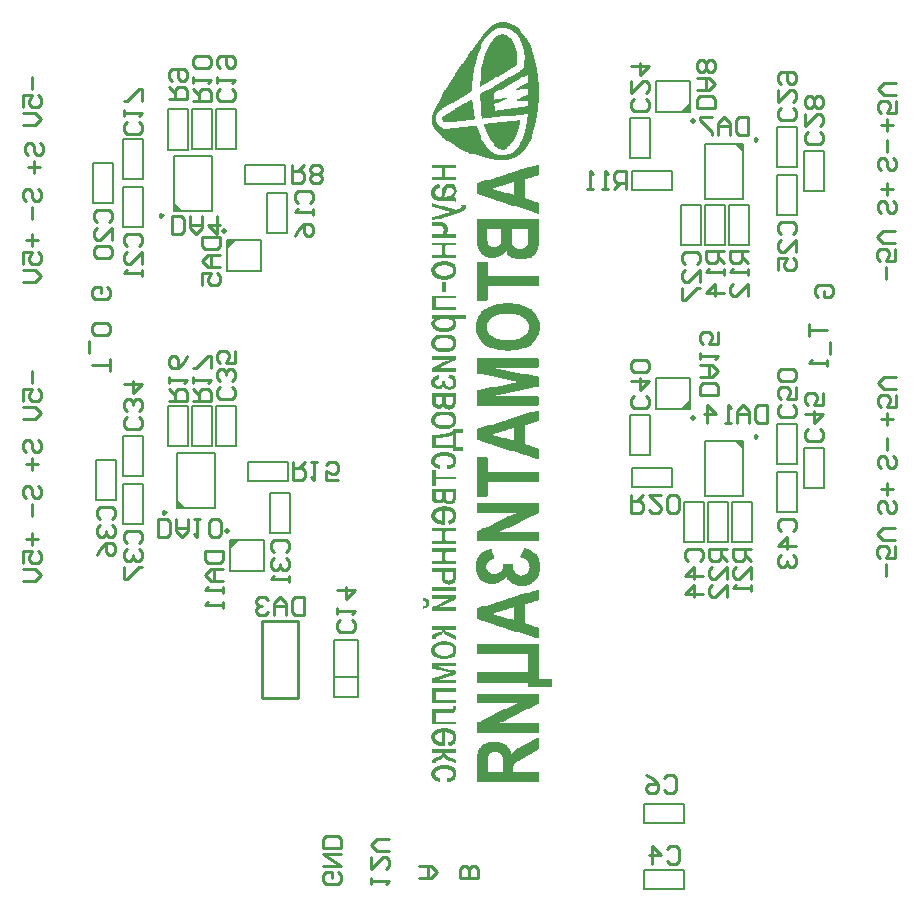
<source format=gbo>
G04*
G04 #@! TF.GenerationSoftware,Altium Limited,Altium Designer,22.0.2 (36)*
G04*
G04 Layer_Color=32896*
%FSLAX25Y25*%
%MOIN*%
G70*
G04*
G04 #@! TF.SameCoordinates,FD2FF894-48AE-4880-B7A9-669BF39D4961*
G04*
G04*
G04 #@! TF.FilePolarity,Positive*
G04*
G01*
G75*
%ADD10C,0.01000*%
%ADD11C,0.00984*%
%ADD12C,0.01968*%
%ADD14C,0.00787*%
G36*
X190453Y187842D02*
X187618Y187843D01*
X190453Y190677D01*
X190453Y187842D01*
D02*
G37*
G36*
X208279Y177154D02*
X208279Y174319D01*
X205445Y177154D01*
X208279Y177154D01*
D02*
G37*
G36*
X129845Y217550D02*
X130773D01*
Y217241D01*
X131392D01*
Y216932D01*
X132011D01*
Y216622D01*
X132320D01*
Y216313D01*
X132630D01*
Y216004D01*
X133248D01*
Y215694D01*
X133558D01*
Y215385D01*
X133867D01*
Y215075D01*
X134176D01*
Y214766D01*
X134486D01*
Y214147D01*
X134795D01*
Y213838D01*
X135104D01*
Y213529D01*
X135414D01*
Y213219D01*
X135723D01*
Y212601D01*
X136032D01*
Y212291D01*
X136342D01*
Y211673D01*
X136651D01*
Y211054D01*
X136960D01*
Y210745D01*
X137270D01*
Y210126D01*
X137579D01*
Y209198D01*
X137889D01*
Y208579D01*
X138198D01*
Y207651D01*
X138507D01*
Y206723D01*
X138817D01*
Y205486D01*
X139126D01*
Y204248D01*
X139435D01*
Y202701D01*
X139745D01*
Y200845D01*
X140054D01*
Y197752D01*
X140363D01*
Y190946D01*
X140054D01*
Y187853D01*
X139745D01*
Y185687D01*
X139435D01*
Y184140D01*
X139126D01*
Y182903D01*
X138817D01*
Y181666D01*
X138507D01*
Y180428D01*
X138198D01*
Y179809D01*
X137889D01*
Y178881D01*
X137579D01*
Y178263D01*
X137270D01*
Y177644D01*
X136960D01*
Y177025D01*
X136651D01*
Y176407D01*
X136342D01*
Y176097D01*
X136032D01*
Y175478D01*
X135723D01*
Y175169D01*
X135414D01*
Y174860D01*
X135104D01*
Y174550D01*
X134795D01*
Y174241D01*
X134486D01*
Y173932D01*
X134176D01*
Y173622D01*
X133867D01*
Y173313D01*
X133248D01*
Y173004D01*
X132939D01*
Y172694D01*
X132320D01*
Y172385D01*
X131392D01*
Y172075D01*
X130464D01*
Y171766D01*
X125205D01*
Y172075D01*
X123658D01*
Y172385D01*
X122421D01*
Y172694D01*
X121493D01*
Y173004D01*
X120255D01*
Y173313D01*
X119327D01*
Y173622D01*
X118090D01*
Y173932D01*
X117162D01*
Y174241D01*
X116543D01*
Y174550D01*
X115615D01*
Y174860D01*
X114996D01*
Y175169D01*
X114378D01*
Y175478D01*
X113759D01*
Y175788D01*
X113450D01*
Y176097D01*
X112831D01*
Y176407D01*
X112212D01*
Y176716D01*
X111903D01*
Y177025D01*
X111284D01*
Y177334D01*
X110975D01*
Y177644D01*
X110356D01*
Y177953D01*
X110047D01*
Y178263D01*
X109428D01*
Y178572D01*
X109119D01*
Y178881D01*
X108809D01*
Y179191D01*
X108191D01*
Y179500D01*
X107881D01*
Y179809D01*
X107572D01*
Y180119D01*
X107263D01*
Y180428D01*
X106953D01*
Y180737D01*
X106644D01*
Y181047D01*
X106334D01*
Y181356D01*
X106025D01*
Y181666D01*
X105716D01*
Y182284D01*
X105406D01*
Y182903D01*
X105097D01*
Y183522D01*
X104788D01*
Y186925D01*
X105097D01*
Y187853D01*
X105406D01*
Y188471D01*
X105716D01*
Y189090D01*
X106025D01*
Y189709D01*
X106334D01*
Y190327D01*
X106644D01*
Y190946D01*
X106953D01*
Y191565D01*
X107263D01*
Y192183D01*
X107572D01*
Y192802D01*
X107881D01*
Y193112D01*
X108191D01*
Y193730D01*
X108500D01*
Y194349D01*
X108809D01*
Y194968D01*
X109119D01*
Y195277D01*
X109428D01*
Y195896D01*
X109737D01*
Y196205D01*
X110047D01*
Y196824D01*
X110356D01*
Y197442D01*
X110666D01*
Y197752D01*
X110975D01*
Y198371D01*
X111284D01*
Y198680D01*
X111593D01*
Y199299D01*
X111903D01*
Y199917D01*
X112212D01*
Y200227D01*
X112522D01*
Y200845D01*
X112831D01*
Y201155D01*
X113140D01*
Y201773D01*
X113450D01*
Y202083D01*
X113759D01*
Y202701D01*
X114068D01*
Y203011D01*
X114378D01*
Y203629D01*
X114687D01*
Y203939D01*
X114996D01*
Y204248D01*
X115306D01*
Y204867D01*
X115615D01*
Y205176D01*
X115925D01*
Y205795D01*
X116234D01*
Y206104D01*
X116543D01*
Y206723D01*
X116852D01*
Y207032D01*
X117162D01*
Y207342D01*
X117471D01*
Y207960D01*
X117781D01*
Y208270D01*
X118090D01*
Y208579D01*
X118399D01*
Y209198D01*
X118709D01*
Y209507D01*
X119018D01*
Y210126D01*
X119327D01*
Y210435D01*
X119637D01*
Y210745D01*
X119946D01*
Y211363D01*
X120255D01*
Y211673D01*
X120565D01*
Y211982D01*
X120874D01*
Y212601D01*
X121184D01*
Y212910D01*
X121493D01*
Y213219D01*
X121802D01*
Y213838D01*
X122111D01*
Y214147D01*
X122421D01*
Y214457D01*
X122730D01*
Y214766D01*
X123040D01*
Y215075D01*
X123349D01*
Y215385D01*
X123658D01*
Y215694D01*
X123968D01*
Y216004D01*
X124277D01*
Y216313D01*
X124586D01*
Y216622D01*
X125205D01*
Y216932D01*
X125514D01*
Y217241D01*
X126133D01*
Y217550D01*
X127061D01*
Y217860D01*
X129845D01*
Y217550D01*
D02*
G37*
G36*
X112831Y168982D02*
X109119D01*
Y166198D01*
X112831D01*
Y164960D01*
X104788D01*
Y166198D01*
X107881D01*
Y168982D01*
X104788D01*
Y170219D01*
X112831D01*
Y168982D01*
D02*
G37*
G36*
X111903Y163414D02*
X112522D01*
Y162795D01*
X112831D01*
Y161867D01*
X113140D01*
Y161248D01*
X112831D01*
Y160320D01*
X112522D01*
Y160011D01*
X112212D01*
Y159701D01*
X111903D01*
Y159392D01*
X112522D01*
Y159083D01*
X112831D01*
Y157845D01*
X112522D01*
Y158155D01*
X106334D01*
Y158464D01*
X105406D01*
Y158773D01*
X105097D01*
Y159083D01*
X104788D01*
Y159701D01*
X104478D01*
Y161867D01*
X104788D01*
Y162486D01*
X105097D01*
Y162795D01*
X105406D01*
Y163104D01*
X105716D01*
Y163414D01*
X106334D01*
Y163723D01*
X106953D01*
Y163414D01*
X107263D01*
Y162486D01*
X106644D01*
Y162176D01*
X106025D01*
Y161557D01*
X105716D01*
Y160320D01*
X106025D01*
Y159701D01*
X106644D01*
Y159392D01*
X107572D01*
Y159701D01*
X107881D01*
Y160939D01*
X108191D01*
Y162486D01*
X108500D01*
Y162795D01*
X108809D01*
Y163104D01*
X109119D01*
Y163414D01*
X109428D01*
Y163723D01*
X111903D01*
Y163414D01*
D02*
G37*
G36*
X21555Y154846D02*
X18721Y154847D01*
X18721Y157681D01*
X21555Y154846D01*
D02*
G37*
G36*
X140363Y166816D02*
X140054D01*
Y166507D01*
X138817D01*
Y166198D01*
X137889D01*
Y165889D01*
X136651D01*
Y165579D01*
X135723D01*
Y159083D01*
X136032D01*
Y158773D01*
X136960D01*
Y158464D01*
X137889D01*
Y158155D01*
X138817D01*
Y157845D01*
X140054D01*
Y157536D01*
X140363D01*
Y153824D01*
X139745D01*
Y154133D01*
X138817D01*
Y154442D01*
X137889D01*
Y154752D01*
X136960D01*
Y155061D01*
X136032D01*
Y155370D01*
X135104D01*
Y155680D01*
X134176D01*
Y155989D01*
X132939D01*
Y156299D01*
X132011D01*
Y156608D01*
X131083D01*
Y156917D01*
X130155D01*
Y157227D01*
X129227D01*
Y157536D01*
X128299D01*
Y157845D01*
X127371D01*
Y158155D01*
X126133D01*
Y158464D01*
X125205D01*
Y158773D01*
X124277D01*
Y159083D01*
X123349D01*
Y159392D01*
X122421D01*
Y159701D01*
X121493D01*
Y160011D01*
X120255D01*
Y160320D01*
X119637D01*
Y164032D01*
X120255D01*
Y164342D01*
X121184D01*
Y164651D01*
X122111D01*
Y164960D01*
X123349D01*
Y165270D01*
X124277D01*
Y165579D01*
X125205D01*
Y165889D01*
X126133D01*
Y166198D01*
X127371D01*
Y166507D01*
X128299D01*
Y166816D01*
X129227D01*
Y167126D01*
X130155D01*
Y167435D01*
X131392D01*
Y167745D01*
X132320D01*
Y168054D01*
X133248D01*
Y168363D01*
X134176D01*
Y168673D01*
X135414D01*
Y168982D01*
X136342D01*
Y169291D01*
X137270D01*
Y169601D01*
X138198D01*
Y169910D01*
X139435D01*
Y170219D01*
X140363D01*
Y166816D01*
D02*
G37*
G36*
X105097Y157227D02*
X106025D01*
Y156917D01*
X106953D01*
Y156608D01*
X108191D01*
Y156299D01*
X109119D01*
Y155989D01*
X110047D01*
Y155680D01*
X111284D01*
Y155370D01*
X112212D01*
Y155061D01*
X113140D01*
Y155370D01*
X114068D01*
Y155680D01*
X114378D01*
Y155989D01*
X114687D01*
Y156608D01*
X114378D01*
Y156917D01*
X115925D01*
Y155370D01*
X115615D01*
Y155061D01*
X115306D01*
Y154752D01*
X114687D01*
Y154442D01*
X114068D01*
Y154133D01*
X113140D01*
Y153824D01*
X111903D01*
Y153514D01*
X110975D01*
Y153205D01*
X110047D01*
Y152896D01*
X108809D01*
Y152586D01*
X107881D01*
Y152277D01*
X106953D01*
Y151968D01*
X105716D01*
Y151658D01*
X104788D01*
Y152896D01*
X105716D01*
Y153205D01*
X106953D01*
Y153514D01*
X107881D01*
Y153824D01*
X109119D01*
Y154133D01*
X110356D01*
Y154752D01*
X109119D01*
Y155061D01*
X107881D01*
Y155370D01*
X106953D01*
Y155680D01*
X105716D01*
Y155989D01*
X104788D01*
Y157536D01*
X105097D01*
Y157227D01*
D02*
G37*
G36*
X108500Y150730D02*
X109119D01*
Y150421D01*
X109428D01*
Y150111D01*
X109737D01*
Y149493D01*
X110047D01*
Y147946D01*
X109737D01*
Y147018D01*
X112831D01*
Y145781D01*
X104788D01*
Y147018D01*
X108500D01*
Y148255D01*
X108809D01*
Y148874D01*
X108500D01*
Y149493D01*
X108191D01*
Y149802D01*
X104788D01*
Y151040D01*
X108500D01*
Y150730D01*
D02*
G37*
G36*
X39382Y145158D02*
X36547Y142323D01*
X36547Y145158D01*
X39382Y145158D01*
D02*
G37*
G36*
X112831Y143306D02*
X109428D01*
Y142996D01*
X109119D01*
Y140522D01*
X109428D01*
Y140212D01*
X112831D01*
Y138975D01*
X104788D01*
Y140212D01*
X107881D01*
Y143306D01*
X104788D01*
Y144234D01*
X112831D01*
Y143306D01*
D02*
G37*
G36*
X140363Y142996D02*
X140054D01*
Y141759D01*
X139745D01*
Y141140D01*
X139435D01*
Y140522D01*
X139126D01*
Y140212D01*
X138817D01*
Y139903D01*
X138198D01*
Y139594D01*
X137889D01*
Y139284D01*
X137270D01*
Y138975D01*
X136342D01*
Y138665D01*
X132320D01*
Y138975D01*
X131701D01*
Y139284D01*
X131083D01*
Y139594D01*
X130773D01*
Y139903D01*
X130155D01*
Y140212D01*
X129845D01*
Y140831D01*
X129536D01*
Y141450D01*
X129227D01*
Y141140D01*
X128917D01*
Y140831D01*
X128608D01*
Y140522D01*
X128299D01*
Y140212D01*
X127680D01*
Y139903D01*
X127061D01*
Y139594D01*
X126133D01*
Y139284D01*
X123349D01*
Y139594D01*
X122421D01*
Y139903D01*
X122111D01*
Y140212D01*
X121493D01*
Y140522D01*
X121184D01*
Y140831D01*
X120874D01*
Y141140D01*
X120565D01*
Y141450D01*
X120255D01*
Y142068D01*
X119946D01*
Y142996D01*
X119637D01*
Y152277D01*
X140363D01*
Y142996D01*
D02*
G37*
G36*
X110047Y137737D02*
X110975D01*
Y137428D01*
X111593D01*
Y137119D01*
X112212D01*
Y136809D01*
X112522D01*
Y136191D01*
X112831D01*
Y133716D01*
X112522D01*
Y133406D01*
X112212D01*
Y133097D01*
X111903D01*
Y132788D01*
X111593D01*
Y132478D01*
X110975D01*
Y132169D01*
X110047D01*
Y131860D01*
X107572D01*
Y132169D01*
X106334D01*
Y132478D01*
X105716D01*
Y132788D01*
X105406D01*
Y133097D01*
X105097D01*
Y133406D01*
X104788D01*
Y134335D01*
X104478D01*
Y135881D01*
X104788D01*
Y136191D01*
X105097D01*
Y136809D01*
X105406D01*
Y137119D01*
X105716D01*
Y137428D01*
X106334D01*
Y137737D01*
X107572D01*
Y138047D01*
X110047D01*
Y137737D01*
D02*
G37*
G36*
X109428Y127838D02*
X107881D01*
Y131241D01*
X109428D01*
Y127838D01*
D02*
G37*
G36*
X123349Y133097D02*
X140363D01*
Y129694D01*
X123349D01*
Y125054D01*
X123040D01*
Y124745D01*
X119637D01*
Y137737D01*
X123349D01*
Y133097D01*
D02*
G37*
G36*
X112831Y125673D02*
X106025D01*
Y122889D01*
X112831D01*
Y121651D01*
X104788D01*
Y126601D01*
X112831D01*
Y125673D01*
D02*
G37*
G36*
X115925Y118867D02*
X112212D01*
Y118558D01*
X112522D01*
Y118248D01*
X112831D01*
Y116083D01*
X112522D01*
Y115773D01*
X112212D01*
Y115464D01*
X111903D01*
Y115155D01*
X111284D01*
Y114845D01*
X110356D01*
Y114536D01*
X106953D01*
Y114845D01*
X106025D01*
Y115155D01*
X105716D01*
Y115464D01*
X105097D01*
Y116083D01*
X104788D01*
Y116701D01*
X104478D01*
Y117939D01*
X104788D01*
Y118248D01*
X105097D01*
Y118558D01*
X105406D01*
Y118867D01*
X104788D01*
Y120104D01*
X115925D01*
Y118867D01*
D02*
G37*
G36*
X131701Y123817D02*
X133867D01*
Y123507D01*
X134795D01*
Y123198D01*
X135723D01*
Y122889D01*
X136342D01*
Y122579D01*
X136960D01*
Y122270D01*
X137579D01*
Y121960D01*
X137889D01*
Y121651D01*
X138198D01*
Y121342D01*
X138507D01*
Y121032D01*
X138817D01*
Y120723D01*
X139126D01*
Y120414D01*
X139435D01*
Y119795D01*
X139745D01*
Y119176D01*
X140054D01*
Y118558D01*
X140363D01*
Y117630D01*
X140673D01*
Y114845D01*
X140363D01*
Y113608D01*
X140054D01*
Y112989D01*
X139745D01*
Y112371D01*
X139435D01*
Y111752D01*
X139126D01*
Y111442D01*
X138817D01*
Y111133D01*
X138507D01*
Y110824D01*
X138198D01*
Y110514D01*
X137889D01*
Y110205D01*
X137579D01*
Y109896D01*
X136960D01*
Y109586D01*
X136342D01*
Y109277D01*
X135723D01*
Y108968D01*
X134795D01*
Y108658D01*
X133558D01*
Y108349D01*
X131083D01*
Y108040D01*
X128917D01*
Y108349D01*
X126443D01*
Y108658D01*
X125205D01*
Y108968D01*
X124277D01*
Y109277D01*
X123658D01*
Y109586D01*
X123040D01*
Y109896D01*
X122421D01*
Y110205D01*
X122111D01*
Y110514D01*
X121802D01*
Y110824D01*
X121493D01*
Y111133D01*
X121184D01*
Y111442D01*
X120874D01*
Y111752D01*
X120565D01*
Y112061D01*
X120255D01*
Y112680D01*
X119946D01*
Y113299D01*
X119637D01*
Y114227D01*
X119327D01*
Y117939D01*
X119637D01*
Y118867D01*
X119946D01*
Y119795D01*
X120255D01*
Y120104D01*
X120565D01*
Y120414D01*
X120874D01*
Y121032D01*
X121184D01*
Y121342D01*
X121802D01*
Y121651D01*
X122111D01*
Y121960D01*
X122421D01*
Y122270D01*
X123040D01*
Y122579D01*
X123349D01*
Y122889D01*
X124277D01*
Y123198D01*
X124896D01*
Y123507D01*
X126133D01*
Y123817D01*
X128299D01*
Y124126D01*
X131701D01*
Y123817D01*
D02*
G37*
G36*
X110666Y113299D02*
X111284D01*
Y112989D01*
X111903D01*
Y112680D01*
X112212D01*
Y112371D01*
X112522D01*
Y112061D01*
X112831D01*
Y109586D01*
X112522D01*
Y108968D01*
X112212D01*
Y108658D01*
X111903D01*
Y108349D01*
X111593D01*
Y108040D01*
X110666D01*
Y107730D01*
X106644D01*
Y108040D01*
X106025D01*
Y108349D01*
X105716D01*
Y108658D01*
X105097D01*
Y109277D01*
X104788D01*
Y109896D01*
X104478D01*
Y111442D01*
X104788D01*
Y112061D01*
X105097D01*
Y112371D01*
X105406D01*
Y112680D01*
X105716D01*
Y112989D01*
X106025D01*
Y113299D01*
X106953D01*
Y113608D01*
X110666D01*
Y113299D01*
D02*
G37*
G36*
X112831Y105255D02*
X112522D01*
Y104946D01*
X111903D01*
Y104637D01*
X111284D01*
Y104327D01*
X110666D01*
Y104018D01*
X110047D01*
Y103709D01*
X109428D01*
Y103399D01*
X108809D01*
Y103090D01*
X108191D01*
Y102781D01*
X107572D01*
Y102471D01*
X112831D01*
Y101234D01*
X104788D01*
Y102471D01*
X105097D01*
Y102781D01*
X105716D01*
Y103090D01*
X106334D01*
Y103399D01*
X106953D01*
Y103709D01*
X107572D01*
Y104018D01*
X108191D01*
Y104327D01*
X109119D01*
Y104637D01*
X109737D01*
Y104946D01*
X110356D01*
Y105255D01*
X104788D01*
Y106493D01*
X112831D01*
Y105255D01*
D02*
G37*
G36*
X111593Y99687D02*
X112212D01*
Y99378D01*
X112522D01*
Y98759D01*
X112831D01*
Y96284D01*
X112522D01*
Y95975D01*
X112212D01*
Y95666D01*
X111903D01*
Y95356D01*
X110975D01*
Y95047D01*
X110047D01*
Y95356D01*
X109119D01*
Y95666D01*
X108809D01*
Y95975D01*
X108191D01*
Y95666D01*
X107881D01*
Y95356D01*
X106025D01*
Y95666D01*
X105406D01*
Y95975D01*
X105097D01*
Y96284D01*
X104788D01*
Y96903D01*
X104478D01*
Y98450D01*
X104788D01*
Y98759D01*
X105097D01*
Y99378D01*
X105716D01*
Y99687D01*
X106334D01*
Y99996D01*
X106953D01*
Y98759D01*
X106644D01*
Y98450D01*
X106025D01*
Y98140D01*
X105716D01*
Y97212D01*
X106025D01*
Y96903D01*
X106334D01*
Y96593D01*
X107263D01*
Y96903D01*
X107881D01*
Y98140D01*
X109119D01*
Y97212D01*
X109428D01*
Y96593D01*
X110047D01*
Y96284D01*
X110975D01*
Y96593D01*
X111593D01*
Y98450D01*
X111284D01*
Y98759D01*
X110666D01*
Y99068D01*
X110047D01*
Y99378D01*
X110356D01*
Y99996D01*
X111593D01*
Y99687D01*
D02*
G37*
G36*
X140054Y105565D02*
X140363D01*
Y102781D01*
X140054D01*
Y102471D01*
X126133D01*
Y102162D01*
X127680D01*
Y101853D01*
X129227D01*
Y101543D01*
X130773D01*
Y101234D01*
X132320D01*
Y100925D01*
X133867D01*
Y100615D01*
X135414D01*
Y100306D01*
X136960D01*
Y99996D01*
X138507D01*
Y99687D01*
X140054D01*
Y99378D01*
X140363D01*
Y96284D01*
X140054D01*
Y95975D01*
X138507D01*
Y95666D01*
X136960D01*
Y95356D01*
X135414D01*
Y95047D01*
X133867D01*
Y94737D01*
X132320D01*
Y94428D01*
X130773D01*
Y94119D01*
X129227D01*
Y93809D01*
X127680D01*
Y93500D01*
X126133D01*
Y93191D01*
X140054D01*
Y92881D01*
X140363D01*
Y90097D01*
X140054D01*
Y89788D01*
X119637D01*
Y95047D01*
X120874D01*
Y95356D01*
X122421D01*
Y95666D01*
X123658D01*
Y95975D01*
X125205D01*
Y96284D01*
X126752D01*
Y96593D01*
X128299D01*
Y96903D01*
X129845D01*
Y97212D01*
X131083D01*
Y97522D01*
X132630D01*
Y98140D01*
X131083D01*
Y98450D01*
X129536D01*
Y98759D01*
X127989D01*
Y99068D01*
X126752D01*
Y99378D01*
X125205D01*
Y99687D01*
X123658D01*
Y99996D01*
X122111D01*
Y100306D01*
X120874D01*
Y100615D01*
X119637D01*
Y105874D01*
X140054D01*
Y105565D01*
D02*
G37*
G36*
X190453Y88842D02*
X187618Y88842D01*
X190453Y91677D01*
X190453Y88842D01*
D02*
G37*
G36*
X112831Y90407D02*
X112522D01*
Y89788D01*
X112212D01*
Y89478D01*
X111903D01*
Y89169D01*
X111593D01*
Y88860D01*
X110666D01*
Y88550D01*
X110047D01*
Y88860D01*
X109119D01*
Y89169D01*
X108809D01*
Y89478D01*
X108191D01*
Y89169D01*
X107572D01*
Y88860D01*
X106334D01*
Y89169D01*
X105716D01*
Y89478D01*
X105097D01*
Y90097D01*
X104788D01*
Y94119D01*
X112831D01*
Y90407D01*
D02*
G37*
G36*
X110666Y87622D02*
X111593D01*
Y87313D01*
X111903D01*
Y87004D01*
X112212D01*
Y86694D01*
X112522D01*
Y86385D01*
X112831D01*
Y83910D01*
X112522D01*
Y83291D01*
X112212D01*
Y82982D01*
X111903D01*
Y82673D01*
X111284D01*
Y82363D01*
X110666D01*
Y82054D01*
X106953D01*
Y82363D01*
X106025D01*
Y82673D01*
X105716D01*
Y82982D01*
X105406D01*
Y83291D01*
X105097D01*
Y83601D01*
X104788D01*
Y84219D01*
X104478D01*
Y85766D01*
X104788D01*
Y86385D01*
X105097D01*
Y86694D01*
X105406D01*
Y87004D01*
X105716D01*
Y87313D01*
X106025D01*
Y87622D01*
X106644D01*
Y87932D01*
X110666D01*
Y87622D01*
D02*
G37*
G36*
X208279Y78154D02*
X208279Y75319D01*
X205445Y78154D01*
X208279Y78154D01*
D02*
G37*
G36*
X114996Y80817D02*
X112831D01*
Y76176D01*
X114996D01*
Y74939D01*
X111593D01*
Y75867D01*
X104788D01*
Y80198D01*
X107263D01*
Y80507D01*
X109428D01*
Y80817D01*
X110666D01*
Y81126D01*
X111284D01*
Y81435D01*
X111593D01*
Y82054D01*
X114996D01*
Y80817D01*
D02*
G37*
G36*
X140363Y84838D02*
X139745D01*
Y84529D01*
X138817D01*
Y84219D01*
X137579D01*
Y83910D01*
X136651D01*
Y83601D01*
X135723D01*
Y77104D01*
X136032D01*
Y76795D01*
X137270D01*
Y76486D01*
X138198D01*
Y76176D01*
X139126D01*
Y75867D01*
X140054D01*
Y75558D01*
X140363D01*
Y72155D01*
X139126D01*
Y72464D01*
X138198D01*
Y72773D01*
X137270D01*
Y73083D01*
X136342D01*
Y73392D01*
X135104D01*
Y73701D01*
X134176D01*
Y74011D01*
X133248D01*
Y74320D01*
X132320D01*
Y74629D01*
X131392D01*
Y74939D01*
X130464D01*
Y75248D01*
X129227D01*
Y75558D01*
X128299D01*
Y75867D01*
X127371D01*
Y76176D01*
X126443D01*
Y76486D01*
X125514D01*
Y76795D01*
X124586D01*
Y77104D01*
X123349D01*
Y77414D01*
X122421D01*
Y77723D01*
X121493D01*
Y78032D01*
X120565D01*
Y78342D01*
X119637D01*
Y82054D01*
X119946D01*
Y82363D01*
X121184D01*
Y82673D01*
X122111D01*
Y82982D01*
X123040D01*
Y83291D01*
X123968D01*
Y83601D01*
X125205D01*
Y83910D01*
X126133D01*
Y84219D01*
X127061D01*
Y84529D01*
X127989D01*
Y84838D01*
X129227D01*
Y85148D01*
X130155D01*
Y85457D01*
X131083D01*
Y85766D01*
X132011D01*
Y86076D01*
X132939D01*
Y86385D01*
X134176D01*
Y86694D01*
X135104D01*
Y87004D01*
X136032D01*
Y87313D01*
X136960D01*
Y87622D01*
X138198D01*
Y87932D01*
X139126D01*
Y88241D01*
X140363D01*
Y84838D01*
D02*
G37*
G36*
X110356Y74011D02*
X111284D01*
Y73701D01*
X111903D01*
Y73392D01*
X112212D01*
Y73083D01*
X112522D01*
Y72773D01*
X112831D01*
Y70299D01*
X112522D01*
Y69680D01*
X112212D01*
Y69371D01*
X111593D01*
Y69061D01*
X110975D01*
Y68752D01*
X109737D01*
Y69989D01*
X110975D01*
Y70299D01*
X111284D01*
Y70608D01*
X111593D01*
Y72155D01*
X111284D01*
Y72464D01*
X110975D01*
Y72773D01*
X110047D01*
Y73083D01*
X107263D01*
Y72773D01*
X106334D01*
Y72464D01*
X106025D01*
Y71845D01*
X105716D01*
Y70917D01*
X106025D01*
Y70299D01*
X106644D01*
Y69989D01*
X107263D01*
Y68752D01*
X106644D01*
Y69061D01*
X105716D01*
Y69371D01*
X105406D01*
Y69680D01*
X105097D01*
Y69989D01*
X104788D01*
Y70608D01*
X104478D01*
Y72155D01*
X104788D01*
Y72773D01*
X105097D01*
Y73083D01*
X105406D01*
Y73392D01*
X105716D01*
Y73701D01*
X106334D01*
Y74011D01*
X107263D01*
Y74320D01*
X110356D01*
Y74011D01*
D02*
G37*
G36*
X106025Y68133D02*
Y66277D01*
X112831D01*
Y65349D01*
X106025D01*
Y63183D01*
X104788D01*
Y68442D01*
X106025D01*
Y68133D01*
D02*
G37*
G36*
X123040Y72464D02*
X123349D01*
Y67824D01*
X140363D01*
Y64421D01*
X123349D01*
Y59781D01*
X123040D01*
Y59471D01*
X119637D01*
Y72773D01*
X123040D01*
Y72464D01*
D02*
G37*
G36*
X112831Y58543D02*
X112522D01*
Y57924D01*
X112212D01*
Y57615D01*
X111903D01*
Y57306D01*
X111593D01*
Y56996D01*
X109428D01*
Y57306D01*
X108809D01*
Y57924D01*
X108500D01*
Y57615D01*
X107881D01*
Y57306D01*
X105716D01*
Y57615D01*
X105406D01*
Y57924D01*
X105097D01*
Y58234D01*
X104788D01*
Y62255D01*
X112831D01*
Y58543D01*
D02*
G37*
G36*
X22555Y55846D02*
X19721Y55847D01*
X19721Y58681D01*
X22555Y55846D01*
D02*
G37*
G36*
X109737Y56068D02*
X110975D01*
Y55759D01*
X111593D01*
Y55450D01*
X111903D01*
Y55140D01*
X112212D01*
Y54831D01*
X112522D01*
Y54522D01*
X112831D01*
Y52047D01*
X112522D01*
Y51428D01*
X112212D01*
Y51119D01*
X111903D01*
Y50809D01*
X111284D01*
Y50500D01*
X110666D01*
Y50191D01*
X110356D01*
Y50809D01*
X110047D01*
Y51428D01*
X110356D01*
Y51737D01*
X110975D01*
Y52047D01*
X111284D01*
Y52356D01*
X111593D01*
Y53903D01*
X111284D01*
Y54522D01*
X110666D01*
Y54831D01*
X109119D01*
Y50191D01*
X107572D01*
Y50500D01*
X106334D01*
Y50809D01*
X105716D01*
Y51119D01*
X105406D01*
Y51428D01*
X105097D01*
Y51737D01*
X104788D01*
Y52356D01*
X104478D01*
Y53903D01*
X104788D01*
Y54522D01*
X105097D01*
Y55140D01*
X105406D01*
Y55450D01*
X106025D01*
Y55759D01*
X106644D01*
Y56068D01*
X107881D01*
Y56378D01*
X109737D01*
Y56068D01*
D02*
G37*
G36*
X140363Y54212D02*
X140054D01*
Y53903D01*
X139435D01*
Y53593D01*
X138817D01*
Y53284D01*
X138198D01*
Y52975D01*
X137579D01*
Y52666D01*
X136960D01*
Y52356D01*
X136342D01*
Y52047D01*
X135723D01*
Y51737D01*
X135104D01*
Y51428D01*
X134486D01*
Y51119D01*
X133867D01*
Y50809D01*
X133248D01*
Y50500D01*
X132630D01*
Y50191D01*
X132011D01*
Y49881D01*
X131392D01*
Y49572D01*
X130773D01*
Y49263D01*
X129845D01*
Y48953D01*
X129227D01*
Y48644D01*
X128608D01*
Y48335D01*
X127989D01*
Y48025D01*
X127371D01*
Y47716D01*
X140363D01*
Y44622D01*
X119637D01*
Y48025D01*
X120255D01*
Y48335D01*
X120874D01*
Y48644D01*
X121493D01*
Y48953D01*
X122111D01*
Y49263D01*
X122730D01*
Y49572D01*
X123658D01*
Y49881D01*
X124277D01*
Y50191D01*
X124896D01*
Y50500D01*
X125514D01*
Y50809D01*
X126133D01*
Y51119D01*
X126752D01*
Y51428D01*
X127371D01*
Y51737D01*
X127989D01*
Y52047D01*
X128608D01*
Y52356D01*
X129227D01*
Y52666D01*
X129845D01*
Y52975D01*
X130464D01*
Y53284D01*
X131083D01*
Y53593D01*
X131701D01*
Y53903D01*
X132630D01*
Y54212D01*
X119637D01*
Y57615D01*
X140363D01*
Y54212D01*
D02*
G37*
G36*
X112831Y48025D02*
X109428D01*
Y47716D01*
X109119D01*
Y45241D01*
X109428D01*
Y44932D01*
X112831D01*
Y43694D01*
X104788D01*
Y44932D01*
X107881D01*
Y46478D01*
Y46788D01*
Y48025D01*
X104788D01*
Y48953D01*
X112831D01*
Y48025D01*
D02*
G37*
G36*
X40382Y45158D02*
X37547Y42323D01*
X37547Y45158D01*
X40382Y45158D01*
D02*
G37*
G36*
X112831Y41219D02*
X109428D01*
Y40910D01*
X109119D01*
Y38435D01*
X109428D01*
Y38126D01*
X112831D01*
Y37198D01*
X104788D01*
Y38126D01*
X107881D01*
Y41219D01*
X104788D01*
Y42457D01*
X112831D01*
Y41219D01*
D02*
G37*
G36*
X136032Y42147D02*
X136960D01*
Y41838D01*
X137579D01*
Y41529D01*
X138198D01*
Y41219D01*
X138507D01*
Y40910D01*
X139126D01*
Y40601D01*
X139435D01*
Y40291D01*
X139745D01*
Y39673D01*
X140054D01*
Y39054D01*
X140363D01*
Y37817D01*
X140673D01*
Y34414D01*
X140363D01*
Y33176D01*
X140054D01*
Y32557D01*
X139745D01*
Y32248D01*
X139435D01*
Y31629D01*
X139126D01*
Y31320D01*
X138817D01*
Y31011D01*
X138198D01*
Y30701D01*
X137889D01*
Y30392D01*
X137270D01*
Y30083D01*
X136342D01*
Y29773D01*
X132939D01*
Y30083D01*
X132320D01*
Y30392D01*
X131392D01*
Y30701D01*
X131083D01*
Y31011D01*
X130773D01*
Y31320D01*
X130464D01*
Y31629D01*
X130155D01*
Y31939D01*
X129845D01*
Y32557D01*
X129536D01*
Y32867D01*
X129227D01*
Y32557D01*
X128917D01*
Y32248D01*
X128608D01*
Y31939D01*
X128299D01*
Y31629D01*
X127989D01*
Y31320D01*
X127371D01*
Y31011D01*
X127061D01*
Y30701D01*
X126133D01*
Y30392D01*
X123349D01*
Y30701D01*
X122421D01*
Y31011D01*
X121802D01*
Y31320D01*
X121184D01*
Y31629D01*
X120874D01*
Y31939D01*
X120565D01*
Y32248D01*
X120255D01*
Y32867D01*
X119946D01*
Y33486D01*
X119637D01*
Y34414D01*
X119327D01*
Y38126D01*
X119637D01*
Y39054D01*
X119946D01*
Y39363D01*
X120255D01*
Y39982D01*
X120565D01*
Y40291D01*
X120874D01*
Y40601D01*
X121184D01*
Y40910D01*
X121493D01*
Y41219D01*
X122111D01*
Y41529D01*
X122730D01*
Y41838D01*
X123658D01*
Y42147D01*
X124586D01*
Y40910D01*
X124896D01*
Y39982D01*
X125205D01*
Y38745D01*
X124586D01*
Y38435D01*
X123968D01*
Y38126D01*
X123658D01*
Y37817D01*
X123349D01*
Y37507D01*
X123040D01*
Y36889D01*
X122730D01*
Y35342D01*
X123040D01*
Y35032D01*
X123349D01*
Y34414D01*
X123968D01*
Y34104D01*
X124277D01*
Y33795D01*
X126443D01*
Y34104D01*
X127061D01*
Y34414D01*
X127680D01*
Y34723D01*
X127989D01*
Y35342D01*
X128299D01*
Y37198D01*
X131701D01*
Y35032D01*
X132011D01*
Y34723D01*
X132320D01*
Y34104D01*
X132630D01*
Y33795D01*
X133248D01*
Y33486D01*
X133867D01*
Y33176D01*
X134795D01*
Y33486D01*
X135723D01*
Y33795D01*
X136342D01*
Y34104D01*
X136651D01*
Y34723D01*
X136960D01*
Y35651D01*
X137270D01*
Y36270D01*
X136960D01*
Y37507D01*
X136651D01*
Y38126D01*
X136342D01*
Y38435D01*
X136032D01*
Y38745D01*
X135414D01*
Y39054D01*
X134486D01*
Y39363D01*
X134176D01*
Y39673D01*
X134486D01*
Y40601D01*
X134795D01*
Y41219D01*
X135104D01*
Y41838D01*
X135414D01*
Y42457D01*
X136032D01*
Y42147D01*
D02*
G37*
G36*
X112831Y31629D02*
X112522D01*
Y31320D01*
X112212D01*
Y30701D01*
X111593D01*
Y30392D01*
X110666D01*
Y30083D01*
X110047D01*
Y30392D01*
X109119D01*
Y30701D01*
X108500D01*
Y31320D01*
X108191D01*
Y31629D01*
X107881D01*
Y34414D01*
X104788D01*
Y35651D01*
X112831D01*
Y31629D01*
D02*
G37*
G36*
Y28227D02*
X104788D01*
Y29464D01*
X112831D01*
Y28227D01*
D02*
G37*
G36*
X102622Y25442D02*
X103241D01*
Y25133D01*
X103550D01*
Y24205D01*
X103860D01*
Y23586D01*
X103550D01*
Y22968D01*
X103241D01*
Y22658D01*
X102932D01*
Y22349D01*
X102004D01*
Y22040D01*
X101694D01*
Y22968D01*
X102004D01*
Y23277D01*
X102622D01*
Y24514D01*
X102313D01*
Y24824D01*
X101694D01*
Y25133D01*
Y25752D01*
X102622D01*
Y25442D01*
D02*
G37*
G36*
X112831D02*
X112522D01*
Y25133D01*
X111903D01*
Y24824D01*
X110975D01*
Y24514D01*
X110356D01*
Y24205D01*
X109737D01*
Y23896D01*
X109119D01*
Y23586D01*
X108500D01*
Y23277D01*
X107881D01*
Y22968D01*
X107263D01*
Y22658D01*
X112831D01*
Y21421D01*
X104788D01*
Y22658D01*
X105097D01*
Y22968D01*
X105716D01*
Y23277D01*
X106334D01*
Y23586D01*
X106953D01*
Y23896D01*
X107572D01*
Y24205D01*
X108191D01*
Y24514D01*
X108809D01*
Y24824D01*
X109428D01*
Y25133D01*
X110047D01*
Y25442D01*
X104788D01*
Y26680D01*
X112831D01*
Y25442D01*
D02*
G37*
G36*
X140363Y25133D02*
X140054D01*
Y24824D01*
X138817D01*
Y24514D01*
X137889D01*
Y24205D01*
X136651D01*
Y23896D01*
X135723D01*
Y17399D01*
X136032D01*
Y17090D01*
X136960D01*
Y16781D01*
X137889D01*
Y16471D01*
X138817D01*
Y16162D01*
X140054D01*
Y15853D01*
X140363D01*
Y12450D01*
X138817D01*
Y12759D01*
X137889D01*
Y13068D01*
X136960D01*
Y13378D01*
X136032D01*
Y13687D01*
X135104D01*
Y13996D01*
X134176D01*
Y14306D01*
X132939D01*
Y14615D01*
X132011D01*
Y14924D01*
X131083D01*
Y15234D01*
X130155D01*
Y15543D01*
X129227D01*
Y15853D01*
X128299D01*
Y16162D01*
X127061D01*
Y16471D01*
X126133D01*
Y16781D01*
X125205D01*
Y17090D01*
X124277D01*
Y17399D01*
X123349D01*
Y17709D01*
X122421D01*
Y18018D01*
X121184D01*
Y18327D01*
X120255D01*
Y18637D01*
X119637D01*
Y22349D01*
X120255D01*
Y22658D01*
X121184D01*
Y22968D01*
X122111D01*
Y23277D01*
X123349D01*
Y23586D01*
X124277D01*
Y23896D01*
X125205D01*
Y24205D01*
X126133D01*
Y24514D01*
X127371D01*
Y24824D01*
X128299D01*
Y25133D01*
X129227D01*
Y25442D01*
X130155D01*
Y25752D01*
X131392D01*
Y26061D01*
X132320D01*
Y26370D01*
X133248D01*
Y26680D01*
X134176D01*
Y26989D01*
X135414D01*
Y27299D01*
X136342D01*
Y27608D01*
X137270D01*
Y27917D01*
X138198D01*
Y28227D01*
X139435D01*
Y28536D01*
X140363D01*
Y25133D01*
D02*
G37*
G36*
X112831Y15234D02*
X109119D01*
Y14924D01*
X109428D01*
Y14615D01*
X109737D01*
Y14306D01*
X110356D01*
Y13996D01*
X110975D01*
Y13687D01*
X111593D01*
Y13378D01*
X112522D01*
Y13068D01*
X112831D01*
Y11831D01*
X112212D01*
Y12140D01*
X111593D01*
Y12450D01*
X110975D01*
Y12759D01*
X110356D01*
Y13068D01*
X109737D01*
Y13378D01*
X109119D01*
Y13687D01*
X108809D01*
Y14306D01*
X108500D01*
Y13996D01*
X108191D01*
Y13687D01*
X107881D01*
Y13378D01*
X106953D01*
Y13068D01*
X106334D01*
Y12759D01*
X106025D01*
Y12140D01*
X104788D01*
Y13378D01*
X105097D01*
Y13687D01*
X105716D01*
Y13996D01*
X106644D01*
Y14306D01*
X107263D01*
Y14615D01*
X107881D01*
Y14924D01*
X108191D01*
Y15234D01*
X104788D01*
Y16471D01*
X112831D01*
Y15234D01*
D02*
G37*
G36*
X109737Y11212D02*
X110975D01*
Y10903D01*
X111593D01*
Y10593D01*
X111903D01*
Y10284D01*
X112522D01*
Y9665D01*
X112831D01*
Y7191D01*
X112522D01*
Y6572D01*
X112212D01*
Y6263D01*
X111593D01*
Y5953D01*
X111284D01*
Y5644D01*
X110047D01*
Y5334D01*
X107263D01*
Y5644D01*
X106334D01*
Y5953D01*
X105716D01*
Y6263D01*
X105406D01*
Y6572D01*
X105097D01*
Y6881D01*
X104788D01*
Y7500D01*
X104478D01*
Y9047D01*
X104788D01*
Y9665D01*
X105097D01*
Y10284D01*
X105406D01*
Y10593D01*
X106025D01*
Y10903D01*
X106644D01*
Y11212D01*
X107572D01*
Y11522D01*
X109737D01*
Y11212D01*
D02*
G37*
G36*
X112831Y3169D02*
X106953D01*
Y2860D01*
X107572D01*
Y2550D01*
X108809D01*
Y2241D01*
X110047D01*
Y1932D01*
X111284D01*
Y1622D01*
X112522D01*
Y1313D01*
X112831D01*
Y385D01*
X112522D01*
Y75D01*
X111593D01*
Y-234D01*
X110356D01*
Y-543D01*
X109428D01*
Y-852D01*
X108500D01*
Y-1162D01*
X107263D01*
Y-1471D01*
X112831D01*
Y-2709D01*
X104788D01*
Y-852D01*
X105716D01*
Y-543D01*
X106953D01*
Y-234D01*
X107881D01*
Y75D01*
X108809D01*
Y385D01*
X110047D01*
Y694D01*
X110666D01*
Y1004D01*
X109428D01*
Y1313D01*
X108191D01*
Y1622D01*
X106953D01*
Y1932D01*
X106025D01*
Y2241D01*
X104788D01*
Y4097D01*
X112831D01*
Y3169D01*
D02*
G37*
G36*
X140363Y-1162D02*
X144694D01*
Y-3946D01*
X136651D01*
Y-2399D01*
X119637D01*
Y1004D01*
X136651D01*
Y7191D01*
X119637D01*
Y10593D01*
X140363D01*
Y-1162D01*
D02*
G37*
G36*
X112831Y-5493D02*
X106025D01*
Y-8277D01*
X112831D01*
Y-9205D01*
X104788D01*
Y-4255D01*
X112831D01*
Y-5493D01*
D02*
G37*
G36*
Y-11680D02*
X112522D01*
Y-12299D01*
X111903D01*
Y-12608D01*
X106025D01*
Y-15392D01*
X112831D01*
Y-16320D01*
X104788D01*
Y-11371D01*
X111284D01*
Y-11061D01*
X111593D01*
Y-10133D01*
X112831D01*
Y-11680D01*
D02*
G37*
G36*
X140363Y-9514D02*
X139745D01*
Y-9824D01*
X139126D01*
Y-10133D01*
X138507D01*
Y-10442D01*
X137889D01*
Y-10752D01*
X137270D01*
Y-11061D01*
X136651D01*
Y-11371D01*
X136032D01*
Y-11680D01*
X135414D01*
Y-11989D01*
X134795D01*
Y-12299D01*
X134176D01*
Y-12608D01*
X133558D01*
Y-12917D01*
X132939D01*
Y-13227D01*
X132320D01*
Y-13536D01*
X131701D01*
Y-13845D01*
X131083D01*
Y-14155D01*
X130464D01*
Y-14464D01*
X129845D01*
Y-14773D01*
X129227D01*
Y-15083D01*
X128608D01*
Y-15392D01*
X127989D01*
Y-15701D01*
X127371D01*
Y-16011D01*
X140363D01*
Y-19104D01*
X119637D01*
Y-15701D01*
X119946D01*
Y-15392D01*
X120874D01*
Y-15083D01*
X121493D01*
Y-14773D01*
X122111D01*
Y-14464D01*
X122730D01*
Y-14155D01*
X123349D01*
Y-13845D01*
X123968D01*
Y-13536D01*
X124586D01*
Y-13227D01*
X125205D01*
Y-12917D01*
X125824D01*
Y-12608D01*
X126443D01*
Y-12299D01*
X127061D01*
Y-11989D01*
X127680D01*
Y-11680D01*
X128299D01*
Y-11371D01*
X129227D01*
Y-11061D01*
X129845D01*
Y-10752D01*
X130464D01*
Y-10442D01*
X131083D01*
Y-10133D01*
X131701D01*
Y-9824D01*
X132320D01*
Y-9514D01*
X132939D01*
Y-9205D01*
X119637D01*
Y-6112D01*
X140363D01*
Y-9514D01*
D02*
G37*
G36*
X110047Y-17867D02*
X110975D01*
Y-18176D01*
X111593D01*
Y-18486D01*
X112212D01*
Y-18795D01*
X112522D01*
Y-19414D01*
X112831D01*
Y-21889D01*
X112522D01*
Y-22507D01*
X112212D01*
Y-22817D01*
X111593D01*
Y-23126D01*
X111284D01*
Y-23435D01*
X110356D01*
Y-23126D01*
X110047D01*
Y-22198D01*
X110975D01*
Y-21889D01*
X111284D01*
Y-21579D01*
X111593D01*
Y-19723D01*
X111284D01*
Y-19414D01*
X110666D01*
Y-19104D01*
X109737D01*
Y-18795D01*
X109119D01*
Y-23435D01*
X106644D01*
Y-23126D01*
X106025D01*
Y-22817D01*
X105406D01*
Y-22507D01*
X105097D01*
Y-21889D01*
X104788D01*
Y-21270D01*
X104478D01*
Y-19723D01*
X104788D01*
Y-19104D01*
X105097D01*
Y-18795D01*
X105406D01*
Y-18486D01*
X105716D01*
Y-18176D01*
X106334D01*
Y-17867D01*
X107572D01*
Y-17558D01*
X110047D01*
Y-17867D01*
D02*
G37*
G36*
X140363Y-24673D02*
X140054D01*
Y-24982D01*
X139745D01*
Y-25291D01*
X139126D01*
Y-25601D01*
X138507D01*
Y-25910D01*
X137889D01*
Y-26219D01*
X137270D01*
Y-26529D01*
X136651D01*
Y-26838D01*
X136032D01*
Y-27147D01*
X135723D01*
Y-27457D01*
X135104D01*
Y-27766D01*
X134486D01*
Y-28076D01*
X133867D01*
Y-28385D01*
X133558D01*
Y-28694D01*
X132939D01*
Y-29004D01*
X132630D01*
Y-29313D01*
X132320D01*
Y-29622D01*
X132011D01*
Y-30241D01*
X131701D01*
Y-32097D01*
X140363D01*
Y-35500D01*
X119637D01*
Y-26219D01*
X119946D01*
Y-24982D01*
X120255D01*
Y-24363D01*
X120565D01*
Y-24054D01*
X120874D01*
Y-23435D01*
X121493D01*
Y-23126D01*
X121802D01*
Y-22817D01*
X122730D01*
Y-22507D01*
X123349D01*
Y-22198D01*
X127371D01*
Y-22507D01*
X128299D01*
Y-22817D01*
X128917D01*
Y-23126D01*
X129536D01*
Y-23435D01*
X129845D01*
Y-23745D01*
X130155D01*
Y-24363D01*
X130464D01*
Y-24673D01*
X130773D01*
Y-25291D01*
X131083D01*
Y-26219D01*
X131392D01*
Y-25910D01*
X131701D01*
Y-25601D01*
X132011D01*
Y-25291D01*
X132320D01*
Y-24982D01*
X132630D01*
Y-24673D01*
X132939D01*
Y-24363D01*
X133558D01*
Y-24054D01*
X134176D01*
Y-23745D01*
X134486D01*
Y-23435D01*
X135104D01*
Y-23126D01*
X135723D01*
Y-22817D01*
X136342D01*
Y-22507D01*
X136960D01*
Y-22198D01*
X137579D01*
Y-21889D01*
X138198D01*
Y-21579D01*
X138817D01*
Y-21270D01*
X139435D01*
Y-20960D01*
X140363D01*
Y-24673D01*
D02*
G37*
G36*
X112831Y-25910D02*
X109119D01*
Y-26219D01*
X109428D01*
Y-26529D01*
X109737D01*
Y-26838D01*
X110047D01*
Y-27147D01*
X110666D01*
Y-27457D01*
X111593D01*
Y-27766D01*
X112212D01*
Y-28076D01*
X112831D01*
Y-29313D01*
X111903D01*
Y-29004D01*
X111284D01*
Y-28694D01*
X110666D01*
Y-28385D01*
X110047D01*
Y-28076D01*
X109428D01*
Y-27766D01*
X109119D01*
Y-27457D01*
X108809D01*
Y-27147D01*
X108500D01*
Y-27457D01*
X108191D01*
Y-27766D01*
X107572D01*
Y-28076D01*
X106644D01*
Y-28385D01*
X106025D01*
Y-29313D01*
X104788D01*
Y-28076D01*
X105097D01*
Y-27766D01*
X105406D01*
Y-27457D01*
X106025D01*
Y-27147D01*
X106953D01*
Y-26838D01*
X107572D01*
Y-26529D01*
X108191D01*
Y-25910D01*
X104788D01*
Y-24673D01*
X112831D01*
Y-25910D01*
D02*
G37*
G36*
X110356Y-30241D02*
X111284D01*
Y-30550D01*
X111903D01*
Y-30860D01*
X112212D01*
Y-31169D01*
X112522D01*
Y-31478D01*
X112831D01*
Y-33953D01*
X112522D01*
Y-34572D01*
X112212D01*
Y-34881D01*
X111593D01*
Y-35191D01*
X110975D01*
Y-35500D01*
X109737D01*
Y-34263D01*
X110975D01*
Y-33953D01*
X111284D01*
Y-33644D01*
X111593D01*
Y-32097D01*
X111284D01*
Y-31788D01*
X110975D01*
Y-31478D01*
X110047D01*
Y-31169D01*
X107263D01*
Y-31478D01*
X106644D01*
Y-31788D01*
X106025D01*
Y-32406D01*
X105716D01*
Y-33334D01*
X106025D01*
Y-33953D01*
X106644D01*
Y-34263D01*
X107263D01*
Y-35500D01*
X106644D01*
Y-35191D01*
X105716D01*
Y-34881D01*
X105406D01*
Y-34572D01*
X105097D01*
Y-34263D01*
X104788D01*
Y-33644D01*
X104478D01*
Y-32097D01*
X104788D01*
Y-31478D01*
X105097D01*
Y-31169D01*
X105406D01*
Y-30860D01*
X105716D01*
Y-30550D01*
X106334D01*
Y-30241D01*
X107263D01*
Y-29932D01*
X110356D01*
Y-30241D01*
D02*
G37*
%LPC*%
G36*
X136651Y200227D02*
X136342D01*
Y199917D01*
X135723D01*
Y199608D01*
X135104D01*
Y199299D01*
X134486D01*
Y198989D01*
X134176D01*
Y198680D01*
X133558D01*
Y198371D01*
X132939D01*
Y198061D01*
X132320D01*
Y197752D01*
X131701D01*
Y197442D01*
X131392D01*
Y197133D01*
X130773D01*
Y196824D01*
X130155D01*
Y196514D01*
X129536D01*
Y196205D01*
X128917D01*
Y195896D01*
X128608D01*
Y195586D01*
X127989D01*
Y195277D01*
X127371D01*
Y194968D01*
X126752D01*
Y194658D01*
X126133D01*
Y194349D01*
X125824D01*
Y194040D01*
X125514D01*
Y191874D01*
X125824D01*
Y192183D01*
X127989D01*
Y192493D01*
X129536D01*
Y192183D01*
X128917D01*
Y191874D01*
X128299D01*
Y191565D01*
X127680D01*
Y191255D01*
X127061D01*
Y190946D01*
X126133D01*
Y190637D01*
X125824D01*
Y190327D01*
X125514D01*
Y189709D01*
X125824D01*
Y188162D01*
X126443D01*
Y188471D01*
X128608D01*
Y188781D01*
X131083D01*
Y189090D01*
X133248D01*
Y189399D01*
X135723D01*
Y189709D01*
X136651D01*
Y191565D01*
X132939D01*
Y192183D01*
X133867D01*
Y192493D01*
X134486D01*
Y192802D01*
X135104D01*
Y193112D01*
X136032D01*
Y193421D01*
X136651D01*
Y195586D01*
X134176D01*
Y195277D01*
X132630D01*
Y195586D01*
X132939D01*
Y195896D01*
X133558D01*
Y196205D01*
X134176D01*
Y196514D01*
X134795D01*
Y196824D01*
X135414D01*
Y197133D01*
X136032D01*
Y197442D01*
X136651D01*
Y200227D01*
D02*
G37*
G36*
X129845Y215694D02*
X126443D01*
Y215385D01*
X125824D01*
Y215075D01*
X125205D01*
Y214766D01*
X124586D01*
Y214457D01*
X124277D01*
Y214147D01*
X123968D01*
Y213838D01*
X123658D01*
Y213529D01*
X123349D01*
Y213219D01*
X123040D01*
Y212910D01*
X122730D01*
Y212291D01*
X122421D01*
Y211982D01*
X122111D01*
Y211363D01*
X121802D01*
Y211054D01*
X121493D01*
Y210435D01*
X121184D01*
Y209817D01*
X120874D01*
Y208889D01*
X120565D01*
Y208270D01*
X120255D01*
Y207342D01*
X119946D01*
Y206414D01*
X119637D01*
Y205176D01*
X119327D01*
Y203939D01*
X119018D01*
Y202701D01*
X118709D01*
Y200845D01*
X118399D01*
Y198061D01*
X118090D01*
Y194658D01*
X117781D01*
Y194349D01*
X117471D01*
Y194040D01*
X116852D01*
Y193730D01*
X116234D01*
Y193421D01*
X115615D01*
Y193112D01*
X115306D01*
Y192802D01*
X114687D01*
Y192493D01*
X114068D01*
Y192183D01*
X113759D01*
Y191874D01*
X113140D01*
Y191565D01*
X112522D01*
Y191255D01*
X111903D01*
Y190946D01*
X111593D01*
Y190637D01*
X110975D01*
Y190327D01*
X110356D01*
Y190018D01*
X109737D01*
Y189709D01*
X109428D01*
Y189399D01*
X108809D01*
Y189090D01*
X108191D01*
Y188781D01*
X107881D01*
Y188471D01*
X107263D01*
Y188162D01*
X106953D01*
Y187853D01*
X106644D01*
Y187543D01*
X106334D01*
Y186925D01*
X106025D01*
Y184450D01*
X106334D01*
Y183831D01*
X106644D01*
Y183522D01*
X106953D01*
Y183212D01*
X107263D01*
Y182903D01*
X107881D01*
Y182594D01*
X108500D01*
Y182284D01*
X110666D01*
Y182594D01*
X113759D01*
Y182903D01*
X116852D01*
Y183212D01*
X119637D01*
Y182594D01*
X119946D01*
Y181666D01*
X120255D01*
Y180737D01*
X120565D01*
Y180119D01*
X120874D01*
Y179191D01*
X121184D01*
Y178572D01*
X121493D01*
Y177953D01*
X121802D01*
Y177644D01*
X122111D01*
Y177025D01*
X122421D01*
Y176716D01*
X122730D01*
Y176097D01*
X123040D01*
Y175788D01*
X123349D01*
Y175478D01*
X123658D01*
Y175169D01*
X123968D01*
Y174860D01*
X124277D01*
Y174550D01*
X124896D01*
Y174241D01*
X125205D01*
Y173932D01*
X125824D01*
Y173622D01*
X126443D01*
Y173313D01*
X129845D01*
Y173622D01*
X130773D01*
Y173932D01*
X131083D01*
Y174241D01*
X131701D01*
Y174550D01*
X132011D01*
Y174860D01*
X132320D01*
Y175169D01*
X132630D01*
Y175478D01*
X132939D01*
Y175788D01*
X133248D01*
Y176097D01*
X133558D01*
Y176716D01*
X133867D01*
Y177025D01*
X134176D01*
Y177644D01*
X134486D01*
Y178263D01*
X134795D01*
Y178881D01*
X135104D01*
Y179809D01*
X135414D01*
Y180737D01*
X135723D01*
Y181975D01*
X136032D01*
Y183831D01*
X136342D01*
Y185996D01*
X136651D01*
Y187234D01*
X135414D01*
Y186925D01*
X132630D01*
Y186615D01*
X130155D01*
Y186306D01*
X127371D01*
Y185996D01*
X124586D01*
Y185687D01*
X121802D01*
Y185378D01*
X121493D01*
Y186615D01*
X121184D01*
Y189090D01*
X120874D01*
Y191565D01*
X120565D01*
Y193730D01*
X121184D01*
Y194040D01*
X121493D01*
Y194349D01*
X122111D01*
Y194658D01*
X122730D01*
Y194968D01*
X123349D01*
Y195277D01*
X123658D01*
Y195586D01*
X124277D01*
Y195896D01*
X124896D01*
Y196205D01*
X125205D01*
Y196514D01*
X125824D01*
Y196824D01*
X126443D01*
Y197133D01*
X127061D01*
Y197442D01*
X127371D01*
Y197752D01*
X127989D01*
Y198061D01*
X128608D01*
Y198371D01*
X128917D01*
Y198680D01*
X129536D01*
Y198989D01*
X130155D01*
Y199299D01*
X130773D01*
Y199608D01*
X131083D01*
Y199917D01*
X131701D01*
Y200227D01*
X132320D01*
Y200536D01*
X132630D01*
Y200845D01*
X133248D01*
Y201155D01*
X133867D01*
Y201464D01*
X134176D01*
Y201773D01*
X134795D01*
Y202083D01*
X135104D01*
Y202392D01*
X135414D01*
Y205176D01*
X135723D01*
Y206723D01*
X135414D01*
Y208889D01*
X135104D01*
Y209817D01*
X134795D01*
Y210745D01*
X134486D01*
Y211363D01*
X134176D01*
Y211982D01*
X133867D01*
Y212601D01*
X133558D01*
Y212910D01*
X133248D01*
Y213529D01*
X132939D01*
Y213838D01*
X132630D01*
Y214147D01*
X132011D01*
Y214457D01*
X131701D01*
Y214766D01*
X131392D01*
Y215075D01*
X130773D01*
Y215385D01*
X129845D01*
Y215694D01*
D02*
G37*
%LPD*%
G36*
X128608Y213529D02*
X129845D01*
Y213219D01*
X130155D01*
Y212910D01*
X130464D01*
Y212601D01*
X130773D01*
Y212291D01*
X131083D01*
Y211982D01*
X131392D01*
Y211363D01*
X131701D01*
Y210745D01*
X132011D01*
Y210126D01*
X132320D01*
Y209198D01*
X132630D01*
Y208270D01*
X132939D01*
Y203320D01*
X132630D01*
Y203011D01*
X132320D01*
Y202701D01*
X131701D01*
Y202392D01*
X131083D01*
Y202083D01*
X130773D01*
Y201773D01*
X130155D01*
Y201464D01*
X129536D01*
Y201155D01*
X128917D01*
Y200845D01*
X128608D01*
Y200536D01*
X127989D01*
Y200227D01*
X127371D01*
Y199917D01*
X127061D01*
Y199608D01*
X126443D01*
Y199299D01*
X125824D01*
Y198989D01*
X125205D01*
Y198680D01*
X124896D01*
Y198371D01*
X124277D01*
Y198061D01*
X123658D01*
Y197752D01*
X123349D01*
Y197442D01*
X122730D01*
Y197133D01*
X122111D01*
Y196824D01*
X121493D01*
Y196514D01*
X121184D01*
Y196205D01*
X120565D01*
Y198061D01*
X120874D01*
Y200845D01*
X121184D01*
Y202701D01*
X121493D01*
Y203939D01*
X121802D01*
Y205176D01*
X122111D01*
Y206414D01*
X122421D01*
Y207342D01*
X122730D01*
Y207960D01*
X123040D01*
Y208889D01*
X123349D01*
Y209507D01*
X123658D01*
Y210126D01*
X123968D01*
Y210745D01*
X124277D01*
Y211054D01*
X124586D01*
Y211363D01*
X124896D01*
Y211982D01*
X125205D01*
Y212291D01*
X125514D01*
Y212601D01*
X125824D01*
Y212910D01*
X126133D01*
Y213219D01*
X126752D01*
Y213529D01*
X127680D01*
Y213838D01*
X128608D01*
Y213529D01*
D02*
G37*
G36*
X118090Y191255D02*
X118399D01*
Y188781D01*
X118709D01*
Y186306D01*
X119018D01*
Y185378D01*
X118709D01*
Y185068D01*
X115925D01*
Y184759D01*
X113140D01*
Y184450D01*
X108500D01*
Y184759D01*
Y185068D01*
X108191D01*
Y185996D01*
X108500D01*
Y186306D01*
X108809D01*
Y186615D01*
X109119D01*
Y186925D01*
X109428D01*
Y187234D01*
X110047D01*
Y187543D01*
X110666D01*
Y187853D01*
X110975D01*
Y188162D01*
X111593D01*
Y188471D01*
X112212D01*
Y188781D01*
X112522D01*
Y189090D01*
X113140D01*
Y189399D01*
X113759D01*
Y189709D01*
X114378D01*
Y190018D01*
X114687D01*
Y190327D01*
X115306D01*
Y190637D01*
X115925D01*
Y190946D01*
X116234D01*
Y191255D01*
X116852D01*
Y191565D01*
X117471D01*
Y191874D01*
X118090D01*
Y191255D01*
D02*
G37*
G36*
X133867Y183522D02*
X133558D01*
Y182284D01*
X133248D01*
Y181047D01*
X132939D01*
Y180119D01*
X132630D01*
Y179500D01*
X132320D01*
Y178881D01*
X132011D01*
Y178263D01*
X131701D01*
Y177644D01*
X131392D01*
Y177334D01*
X131083D01*
Y177025D01*
X130773D01*
Y176716D01*
Y176407D01*
X130155D01*
Y176097D01*
X129845D01*
Y175788D01*
X129536D01*
Y175478D01*
X128917D01*
Y175169D01*
X127680D01*
Y175478D01*
X126752D01*
Y175788D01*
X126443D01*
Y176097D01*
X125824D01*
Y176407D01*
X125514D01*
Y176716D01*
X125205D01*
Y177334D01*
X124896D01*
Y177644D01*
X124586D01*
Y177953D01*
X124277D01*
Y178572D01*
X123968D01*
Y179191D01*
X123658D01*
Y179809D01*
X123349D01*
Y180428D01*
X123040D01*
Y181047D01*
X122730D01*
Y181975D01*
X122421D01*
Y182903D01*
X122111D01*
Y183831D01*
X123349D01*
Y184140D01*
X126443D01*
Y184450D01*
X129845D01*
Y184759D01*
X132939D01*
Y185068D01*
X133867D01*
Y183522D01*
D02*
G37*
%LPC*%
G36*
X111284Y162486D02*
X109737D01*
Y161867D01*
X109428D01*
Y160939D01*
X109119D01*
Y159701D01*
X108809D01*
Y159392D01*
X109737D01*
Y159701D01*
X110975D01*
Y160011D01*
X111284D01*
Y160320D01*
X111593D01*
Y160939D01*
X111903D01*
Y161867D01*
X111593D01*
Y162176D01*
X111284D01*
Y162486D01*
D02*
G37*
G36*
X132011Y164342D02*
X131392D01*
Y164032D01*
X130464D01*
Y163723D01*
X129227D01*
Y163414D01*
X128299D01*
Y163104D01*
X127061D01*
Y162795D01*
X126133D01*
Y162486D01*
X124896D01*
Y162176D01*
X125514D01*
Y161867D01*
X126443D01*
Y161557D01*
X127680D01*
Y161248D01*
X128608D01*
Y160939D01*
X129845D01*
Y160629D01*
X130773D01*
Y160320D01*
X131701D01*
Y160011D01*
X132011D01*
Y164342D01*
D02*
G37*
G36*
X127680Y148874D02*
X123040D01*
Y144852D01*
X123349D01*
Y143615D01*
X123658D01*
Y142996D01*
X124277D01*
Y142687D01*
X126443D01*
Y142996D01*
X127061D01*
Y143306D01*
X127371D01*
Y143924D01*
X127680D01*
Y148874D01*
D02*
G37*
G36*
X136651D02*
X131392D01*
Y143615D01*
X131701D01*
Y142996D01*
X132011D01*
Y142687D01*
X132320D01*
Y142378D01*
X132939D01*
Y142068D01*
X135104D01*
Y142378D01*
X135723D01*
Y142687D01*
X136032D01*
Y142996D01*
X136342D01*
Y143306D01*
X136651D01*
Y148874D01*
D02*
G37*
G36*
X109737Y136809D02*
X107881D01*
Y136500D01*
X106644D01*
Y136191D01*
X106334D01*
Y135881D01*
X106025D01*
Y135572D01*
X105716D01*
Y134644D01*
X106025D01*
Y134025D01*
X106334D01*
Y133716D01*
X106953D01*
Y133406D01*
X107572D01*
Y133097D01*
X109737D01*
Y133406D01*
X110666D01*
Y133716D01*
X111284D01*
Y134025D01*
X111593D01*
Y135881D01*
X111284D01*
Y136191D01*
X110666D01*
Y136500D01*
X109737D01*
Y136809D01*
D02*
G37*
G36*
X110356Y118867D02*
X107263D01*
Y118558D01*
X106334D01*
Y118248D01*
X106025D01*
Y117630D01*
X105716D01*
Y116701D01*
X106025D01*
Y116392D01*
X106334D01*
Y116083D01*
X106953D01*
Y115773D01*
X110356D01*
Y116083D01*
X110975D01*
Y116392D01*
X111284D01*
Y116701D01*
X111593D01*
Y118248D01*
X111284D01*
Y118558D01*
X110356D01*
Y118867D01*
D02*
G37*
G36*
X132630Y120414D02*
X127061D01*
Y120104D01*
X126133D01*
Y119795D01*
X125205D01*
Y119486D01*
X124586D01*
Y119176D01*
X124277D01*
Y118867D01*
X123968D01*
Y118558D01*
X123658D01*
Y117939D01*
X123349D01*
Y117320D01*
X123040D01*
Y114845D01*
X123349D01*
Y114227D01*
X123658D01*
Y113608D01*
X123968D01*
Y113299D01*
X124277D01*
Y112989D01*
X124896D01*
Y112680D01*
X125205D01*
Y112371D01*
X126133D01*
Y112061D01*
X127371D01*
Y111752D01*
X132630D01*
Y112061D01*
X133867D01*
Y112371D01*
X134486D01*
Y112680D01*
X135104D01*
Y112989D01*
X135414D01*
Y113299D01*
X136032D01*
Y113917D01*
X136342D01*
Y114227D01*
X136651D01*
Y115155D01*
X136960D01*
Y117011D01*
X136651D01*
Y117939D01*
X136342D01*
Y118248D01*
X136032D01*
Y118867D01*
X135414D01*
Y119176D01*
X135104D01*
Y119486D01*
X134486D01*
Y119795D01*
X133867D01*
Y120104D01*
X132630D01*
Y120414D01*
D02*
G37*
G36*
X110047Y112371D02*
X107263D01*
Y112061D01*
X106334D01*
Y111752D01*
X106025D01*
Y111133D01*
X105716D01*
Y110205D01*
X106025D01*
Y109586D01*
X106334D01*
Y109277D01*
X106953D01*
Y108968D01*
X110356D01*
Y109277D01*
X110975D01*
Y109586D01*
X111284D01*
Y109896D01*
X111593D01*
Y111442D01*
X111284D01*
Y111752D01*
X110975D01*
Y112061D01*
X110047D01*
Y112371D01*
D02*
G37*
G36*
X111593Y92881D02*
X109428D01*
Y90407D01*
X109737D01*
Y90097D01*
X111284D01*
Y90716D01*
X111593D01*
Y92881D01*
D02*
G37*
G36*
X108191D02*
X106025D01*
Y90407D01*
X106644D01*
Y90097D01*
X107263D01*
Y90407D01*
X107881D01*
Y91644D01*
X108191D01*
Y92881D01*
D02*
G37*
G36*
X110356Y86694D02*
X107263D01*
Y86385D01*
X106334D01*
Y86076D01*
X106025D01*
Y85457D01*
X105716D01*
Y84529D01*
X106025D01*
Y83910D01*
X106644D01*
Y83601D01*
X107263D01*
Y83291D01*
X110356D01*
Y83601D01*
X110975D01*
Y83910D01*
X111284D01*
Y84219D01*
X111593D01*
Y85766D01*
X111284D01*
Y86076D01*
X110975D01*
Y86385D01*
X110356D01*
Y86694D01*
D02*
G37*
G36*
X111593Y80198D02*
X111284D01*
Y79888D01*
X110356D01*
Y79579D01*
X108500D01*
Y79270D01*
X106025D01*
Y76795D01*
X111593D01*
Y80198D01*
D02*
G37*
G36*
X132011Y82363D02*
X131392D01*
Y82054D01*
X130155D01*
Y81745D01*
X129227D01*
Y81435D01*
X127989D01*
Y81126D01*
X127061D01*
Y80817D01*
X125824D01*
Y80507D01*
X124896D01*
Y80198D01*
X125514D01*
Y79888D01*
X126752D01*
Y79579D01*
X127680D01*
Y79270D01*
X128917D01*
Y78960D01*
X129845D01*
Y78651D01*
X130773D01*
Y78342D01*
X132011D01*
Y82363D01*
D02*
G37*
G36*
X108191Y61018D02*
X106025D01*
Y58852D01*
X106334D01*
Y58543D01*
X107572D01*
Y58852D01*
X107881D01*
Y59781D01*
X108191D01*
Y61018D01*
D02*
G37*
G36*
X111593D02*
X109428D01*
Y58543D01*
X109737D01*
Y58234D01*
X111284D01*
Y58852D01*
X111593D01*
Y61018D01*
D02*
G37*
G36*
X107881Y54831D02*
X106953D01*
Y54522D01*
X106334D01*
Y54212D01*
X106025D01*
Y53593D01*
X105716D01*
Y52666D01*
X106025D01*
Y52356D01*
X106334D01*
Y52047D01*
X106644D01*
Y51737D01*
X107572D01*
Y51428D01*
X107881D01*
Y54831D01*
D02*
G37*
G36*
X111593Y34414D02*
X109119D01*
Y31939D01*
X109428D01*
Y31629D01*
X110047D01*
Y31320D01*
X110356D01*
Y31629D01*
X111284D01*
Y32248D01*
X111593D01*
Y34414D01*
D02*
G37*
G36*
X132011Y22658D02*
X131701D01*
Y22349D01*
X130464D01*
Y22040D01*
X129536D01*
Y21730D01*
X128299D01*
Y21421D01*
X127371D01*
Y21112D01*
X126133D01*
Y20802D01*
X125205D01*
Y20493D01*
X125514D01*
Y20183D01*
X126443D01*
Y19874D01*
X127680D01*
Y19565D01*
X128608D01*
Y19255D01*
X129536D01*
Y18946D01*
X130773D01*
Y18637D01*
X131701D01*
Y18327D01*
X132011D01*
Y22658D01*
D02*
G37*
G36*
X109428Y10284D02*
X108191D01*
Y9975D01*
X106953D01*
Y9665D01*
X106334D01*
Y9356D01*
X106025D01*
Y9047D01*
X105716D01*
Y7809D01*
X106025D01*
Y7500D01*
X106334D01*
Y7191D01*
X106644D01*
Y6881D01*
X107572D01*
Y6572D01*
X110047D01*
Y6881D01*
X110666D01*
Y7191D01*
X111284D01*
Y7500D01*
X111593D01*
Y9356D01*
X111284D01*
Y9665D01*
X110666D01*
Y9975D01*
X109428D01*
Y10284D01*
D02*
G37*
G36*
X107881Y-18795D02*
X107572D01*
Y-19104D01*
X106644D01*
Y-19414D01*
X106334D01*
Y-19723D01*
X106025D01*
Y-20032D01*
X105716D01*
Y-21270D01*
X106025D01*
Y-21579D01*
X106334D01*
Y-21889D01*
X106953D01*
Y-22198D01*
X107881D01*
Y-18795D01*
D02*
G37*
G36*
X126752Y-25601D02*
X124586D01*
Y-25910D01*
X123968D01*
Y-26219D01*
X123658D01*
Y-26838D01*
X123349D01*
Y-32097D01*
X128299D01*
Y-27147D01*
X127989D01*
Y-26529D01*
X127680D01*
Y-26219D01*
X127371D01*
Y-25910D01*
X126752D01*
Y-25601D01*
D02*
G37*
%LPD*%
D10*
X48094Y-7598D02*
Y17992D01*
Y-7598D02*
X59905D01*
Y17992D01*
X48094D02*
X59905D01*
X119998Y-67500D02*
X114000D01*
Y-64501D01*
X115000Y-63501D01*
X115999D01*
X116999Y-64501D01*
Y-67500D01*
Y-64501D01*
X117999Y-63501D01*
X118998D01*
X119998Y-64501D01*
Y-67500D01*
X84500Y-69500D02*
Y-67501D01*
Y-68500D01*
X90498D01*
X89498Y-69500D01*
X84500Y-60503D02*
Y-64502D01*
X88499Y-60503D01*
X89498D01*
X90498Y-61503D01*
Y-63502D01*
X89498Y-64502D01*
X90498Y-58504D02*
X86499D01*
X84500Y-56504D01*
X86499Y-54505D01*
X90498D01*
X100500Y-67500D02*
X104499D01*
X106498Y-65501D01*
X104499Y-63501D01*
X100500D01*
X103499D01*
Y-67500D01*
X73498Y-65501D02*
X74498Y-66501D01*
Y-68500D01*
X73498Y-69500D01*
X69500D01*
X68500Y-68500D01*
Y-66501D01*
X69500Y-65501D01*
X71499D01*
Y-67501D01*
X68500Y-63502D02*
X74498D01*
X68500Y-59503D01*
X74498D01*
Y-57504D02*
X68500D01*
Y-54505D01*
X69500Y-53505D01*
X73498D01*
X74498Y-54505D01*
Y-57504D01*
X230502Y117000D02*
Y113001D01*
Y115001D01*
X236500D01*
X237500Y111002D02*
Y107003D01*
X236500Y105004D02*
Y103005D01*
Y104004D01*
X230502D01*
X231502Y105004D01*
X233502Y126001D02*
X232502Y127001D01*
Y129000D01*
X233502Y130000D01*
X237500D01*
X238500Y129000D01*
Y127001D01*
X237500Y126001D01*
X235501D01*
Y128001D01*
X256499Y181500D02*
Y185499D01*
X258498Y183499D02*
X254500D01*
X259498Y191497D02*
Y187498D01*
X256499D01*
X257499Y189497D01*
Y190497D01*
X256499Y191497D01*
X254500D01*
X253500Y190497D01*
Y188498D01*
X254500Y187498D01*
X259498Y193496D02*
X255499D01*
X253500Y195495D01*
X255499Y197495D01*
X259498D01*
X258498Y157999D02*
X259498Y156999D01*
Y155000D01*
X258498Y154000D01*
X257499D01*
X256499Y155000D01*
Y156999D01*
X255499Y157999D01*
X254500D01*
X253500Y156999D01*
Y155000D01*
X254500Y154000D01*
X256499Y159998D02*
Y163997D01*
X258498Y161997D02*
X254500D01*
X258498Y172499D02*
X259498Y171499D01*
Y169500D01*
X258498Y168500D01*
X257499D01*
X256499Y169500D01*
Y171499D01*
X255499Y172499D01*
X254500D01*
X253500Y171499D01*
Y169500D01*
X254500Y168500D01*
X256499Y174498D02*
Y178497D01*
X255999Y132000D02*
Y135999D01*
X258998Y141997D02*
Y137998D01*
X255999D01*
X256999Y139997D01*
Y140997D01*
X255999Y141997D01*
X254000D01*
X253000Y140997D01*
Y138998D01*
X254000Y137998D01*
X258998Y143996D02*
X254999D01*
X253000Y145995D01*
X254999Y147995D01*
X258998D01*
X255999Y33000D02*
Y36999D01*
X258998Y42997D02*
Y38998D01*
X255999D01*
X256999Y40997D01*
Y41997D01*
X255999Y42997D01*
X254000D01*
X253000Y41997D01*
Y39998D01*
X254000Y38998D01*
X258998Y44996D02*
X254999D01*
X253000Y46995D01*
X254999Y48995D01*
X258998D01*
X258498Y72999D02*
X259498Y71999D01*
Y70000D01*
X258498Y69000D01*
X257499D01*
X256499Y70000D01*
Y71999D01*
X255499Y72999D01*
X254500D01*
X253500Y71999D01*
Y70000D01*
X254500Y69000D01*
X256499Y74998D02*
Y78997D01*
X258498Y57999D02*
X259498Y56999D01*
Y55000D01*
X258498Y54000D01*
X257499D01*
X256499Y55000D01*
Y56999D01*
X255499Y57999D01*
X254500D01*
X253500Y56999D01*
Y55000D01*
X254500Y54000D01*
X256499Y59998D02*
Y63997D01*
X258498Y61997D02*
X254500D01*
X256499Y83500D02*
Y87499D01*
X258498Y85499D02*
X254500D01*
X259498Y93497D02*
Y89498D01*
X256499D01*
X257499Y91497D01*
Y92497D01*
X256499Y93497D01*
X254500D01*
X253500Y92497D01*
Y90498D01*
X254500Y89498D01*
X259498Y95496D02*
X255499D01*
X253500Y97496D01*
X255499Y99495D01*
X259498D01*
X-28499Y47500D02*
Y43501D01*
X-30498Y45501D02*
X-26500D01*
X-31498Y37503D02*
Y41502D01*
X-28499D01*
X-29499Y39503D01*
Y38503D01*
X-28499Y37503D01*
X-26500D01*
X-25500Y38503D01*
Y40502D01*
X-26500Y41502D01*
X-31498Y35504D02*
X-27499D01*
X-25500Y33505D01*
X-27499Y31505D01*
X-31498D01*
X-30498Y74501D02*
X-31498Y75501D01*
Y77500D01*
X-30498Y78500D01*
X-29499D01*
X-28499Y77500D01*
Y75501D01*
X-27499Y74501D01*
X-26500D01*
X-25500Y75501D01*
Y77500D01*
X-26500Y78500D01*
X-28499Y72502D02*
Y68503D01*
X-30498Y70503D02*
X-26500D01*
X-30498Y59001D02*
X-31498Y60001D01*
Y62000D01*
X-30498Y63000D01*
X-29499D01*
X-28499Y62000D01*
Y60001D01*
X-27499Y59001D01*
X-26500D01*
X-25500Y60001D01*
Y62000D01*
X-26500Y63000D01*
X-28499Y57002D02*
Y53003D01*
X-3502Y129499D02*
X-2502Y128499D01*
Y126500D01*
X-3502Y125500D01*
X-7500D01*
X-8500Y126500D01*
Y128499D01*
X-7500Y129499D01*
X-5501D01*
Y127499D01*
X-2502Y101500D02*
Y105499D01*
Y103499D01*
X-8500D01*
X-9500Y107498D02*
Y111497D01*
X-3502Y113496D02*
X-2502Y114496D01*
Y116495D01*
X-3502Y117495D01*
X-7501D01*
X-8500Y116495D01*
Y114496D01*
X-7501Y113496D01*
X-3502D01*
X-28499Y101500D02*
Y97501D01*
X-31498Y91503D02*
Y95502D01*
X-28499D01*
X-29499Y93503D01*
Y92503D01*
X-28499Y91503D01*
X-26500D01*
X-25500Y92503D01*
Y94502D01*
X-26500Y95502D01*
X-31498Y89504D02*
X-27499D01*
X-25500Y87505D01*
X-27499Y85505D01*
X-31498D01*
X-30498Y158001D02*
X-31498Y159001D01*
Y161000D01*
X-30498Y162000D01*
X-29499D01*
X-28499Y161000D01*
Y159001D01*
X-27499Y158001D01*
X-26500D01*
X-25500Y159001D01*
Y161000D01*
X-26500Y162000D01*
X-28499Y156002D02*
Y152003D01*
Y147000D02*
Y143001D01*
X-30498Y145001D02*
X-26500D01*
X-31498Y137003D02*
Y141002D01*
X-28499D01*
X-29499Y139003D01*
Y138003D01*
X-28499Y137003D01*
X-26500D01*
X-25500Y138003D01*
Y140002D01*
X-26500Y141002D01*
X-31498Y135004D02*
X-27499D01*
X-25500Y133004D01*
X-27499Y131005D01*
X-31498D01*
X-28499Y199500D02*
Y195501D01*
X-31498Y189503D02*
Y193502D01*
X-28499D01*
X-29499Y191503D01*
Y190503D01*
X-28499Y189503D01*
X-26500D01*
X-25500Y190503D01*
Y192502D01*
X-26500Y193502D01*
X-31498Y187504D02*
X-27499D01*
X-25500Y185504D01*
X-27499Y183505D01*
X-31498D01*
X-29998Y173501D02*
X-30998Y174501D01*
Y176500D01*
X-29998Y177500D01*
X-28999D01*
X-27999Y176500D01*
Y174501D01*
X-26999Y173501D01*
X-26000D01*
X-25000Y174501D01*
Y176500D01*
X-26000Y177500D01*
X-27999Y171502D02*
Y167503D01*
X-29998Y169503D02*
X-26000D01*
X202999Y41997D02*
X197001D01*
Y38998D01*
X198001Y37999D01*
X200000D01*
X201000Y38998D01*
Y41997D01*
Y39998D02*
X202999Y37999D01*
Y32001D02*
Y35999D01*
X199000Y32001D01*
X198001D01*
X197001Y33000D01*
Y35000D01*
X198001Y35999D01*
X202999Y26003D02*
Y30001D01*
X199000Y26003D01*
X198001D01*
X197001Y27002D01*
Y29002D01*
X198001Y30001D01*
X210999Y41998D02*
X205001D01*
Y38999D01*
X206001Y37999D01*
X208000D01*
X209000Y38999D01*
Y41998D01*
Y39998D02*
X210999Y37999D01*
Y32001D02*
Y36000D01*
X207000Y32001D01*
X206001D01*
X205001Y33001D01*
Y35000D01*
X206001Y36000D01*
X210999Y30002D02*
Y28002D01*
Y29002D01*
X205001D01*
X206001Y30002D01*
X171003Y59999D02*
Y54001D01*
X174002D01*
X175001Y55001D01*
Y57000D01*
X174002Y58000D01*
X171003D01*
X173002D02*
X175001Y59999D01*
X180999D02*
X177001D01*
X180999Y56000D01*
Y55001D01*
X180000Y54001D01*
X178000D01*
X177001Y55001D01*
X182999D02*
X183998Y54001D01*
X185998D01*
X186997Y55001D01*
Y58999D01*
X185998Y59999D01*
X183998D01*
X182999Y58999D01*
Y55001D01*
X25001Y91502D02*
X30999D01*
Y94502D01*
X29999Y95501D01*
X28000D01*
X27000Y94502D01*
Y91502D01*
Y93502D02*
X25001Y95501D01*
Y97500D02*
Y99500D01*
Y98500D01*
X30999D01*
X29999Y97500D01*
X30999Y102499D02*
Y106498D01*
X29999D01*
X26001Y102499D01*
X25001D01*
X17001Y91502D02*
X22999D01*
Y94502D01*
X21999Y95501D01*
X20000D01*
X19000Y94502D01*
Y91502D01*
Y93502D02*
X17001Y95501D01*
Y97500D02*
Y99500D01*
Y98500D01*
X22999D01*
X21999Y97500D01*
X22999Y106498D02*
X21999Y104498D01*
X20000Y102499D01*
X18001D01*
X17001Y103499D01*
Y105498D01*
X18001Y106498D01*
X19000D01*
X20000Y105498D01*
Y102499D01*
X58502Y70999D02*
Y65001D01*
X61501D01*
X62501Y66001D01*
Y68000D01*
X61501Y69000D01*
X58502D01*
X60502D02*
X62501Y70999D01*
X64500D02*
X66500D01*
X65500D01*
Y65001D01*
X64500Y66001D01*
X73498Y65001D02*
X69499D01*
Y68000D01*
X71498Y67000D01*
X72498D01*
X73498Y68000D01*
Y69999D01*
X72498Y70999D01*
X70499D01*
X69499Y69999D01*
X201999Y141498D02*
X196001D01*
Y138498D01*
X197001Y137499D01*
X199000D01*
X200000Y138498D01*
Y141498D01*
Y139498D02*
X201999Y137499D01*
Y135500D02*
Y133500D01*
Y134500D01*
X196001D01*
X197001Y135500D01*
X201999Y127502D02*
X196001D01*
X199000Y130501D01*
Y126502D01*
X209999Y141498D02*
X204001D01*
Y138498D01*
X205001Y137499D01*
X207000D01*
X208000Y138498D01*
Y141498D01*
Y139498D02*
X209999Y137499D01*
Y135500D02*
Y133500D01*
Y134500D01*
X204001D01*
X205001Y135500D01*
X209999Y126502D02*
Y130501D01*
X206000Y126502D01*
X205001D01*
X204001Y127502D01*
Y129501D01*
X205001Y130501D01*
X169498Y162001D02*
Y167999D01*
X166499D01*
X165499Y166999D01*
Y165000D01*
X166499Y164000D01*
X169498D01*
X167499D02*
X165499Y162001D01*
X163500D02*
X161501D01*
X162500D01*
Y167999D01*
X163500Y166999D01*
X158501Y162001D02*
X156502D01*
X157502D01*
Y167999D01*
X158501Y166999D01*
X25001Y191502D02*
X30999D01*
Y194501D01*
X29999Y195501D01*
X28000D01*
X27000Y194501D01*
Y191502D01*
Y193502D02*
X25001Y195501D01*
Y197501D02*
Y199500D01*
Y198500D01*
X30999D01*
X29999Y197501D01*
Y202499D02*
X30999Y203499D01*
Y205498D01*
X29999Y206498D01*
X26001D01*
X25001Y205498D01*
Y203499D01*
X26001Y202499D01*
X29999D01*
X17001Y192002D02*
X22999D01*
Y195001D01*
X21999Y196000D01*
X20000D01*
X19000Y195001D01*
Y192002D01*
Y194001D02*
X17001Y196000D01*
X18001Y198000D02*
X17001Y198999D01*
Y200999D01*
X18001Y201998D01*
X21999D01*
X22999Y200999D01*
Y198999D01*
X21999Y198000D01*
X21000D01*
X20000Y198999D01*
Y201998D01*
X58002Y169999D02*
Y164001D01*
X61001D01*
X62000Y165001D01*
Y167000D01*
X61001Y168000D01*
X58002D01*
X60001D02*
X62000Y169999D01*
X64000Y165001D02*
X64999Y164001D01*
X66999D01*
X67998Y165001D01*
Y166000D01*
X66999Y167000D01*
X67998Y168000D01*
Y168999D01*
X66999Y169999D01*
X64999D01*
X64000Y168999D01*
Y168000D01*
X64999Y167000D01*
X64000Y166000D01*
Y165001D01*
X64999Y167000D02*
X66999D01*
X199999Y93503D02*
X194001D01*
Y96502D01*
X195001Y97502D01*
X198999D01*
X199999Y96502D01*
Y93503D01*
X194001Y99501D02*
X198000D01*
X199999Y101501D01*
X198000Y103500D01*
X194001D01*
X197000D01*
Y99501D01*
X194001Y105499D02*
Y107499D01*
Y106499D01*
X199999D01*
X198999Y105499D01*
X199999Y114497D02*
Y110498D01*
X197000D01*
X198000Y112497D01*
Y113497D01*
X197000Y114497D01*
X195001D01*
X194001Y113497D01*
Y111498D01*
X195001Y110498D01*
X216497Y89999D02*
Y84001D01*
X213498D01*
X212498Y85001D01*
Y88999D01*
X213498Y89999D01*
X216497D01*
X210498Y84001D02*
Y88000D01*
X208499Y89999D01*
X206500Y88000D01*
Y84001D01*
Y87000D01*
X210498D01*
X204501Y84001D02*
X202501D01*
X203501D01*
Y89999D01*
X204501Y88999D01*
X196503Y84001D02*
Y89999D01*
X199502Y87000D01*
X195503D01*
X29001Y41497D02*
X34999D01*
Y38498D01*
X33999Y37498D01*
X30001D01*
X29001Y38498D01*
Y41497D01*
X34999Y35499D02*
X31000D01*
X29001Y33500D01*
X31000Y31500D01*
X34999D01*
X32000D01*
Y35499D01*
X34999Y29501D02*
Y27501D01*
Y28501D01*
X29001D01*
X30001Y29501D01*
X34999Y24502D02*
Y22503D01*
Y23503D01*
X29001D01*
X30001Y24502D01*
X13503Y46001D02*
Y51999D01*
X16502D01*
X17502Y50999D01*
Y47001D01*
X16502Y46001D01*
X13503D01*
X19501Y51999D02*
Y48000D01*
X21501Y46001D01*
X23500Y48000D01*
Y51999D01*
Y49000D01*
X19501D01*
X25499Y51999D02*
X27499D01*
X26499D01*
Y46001D01*
X25499Y47001D01*
X30498D02*
X31498Y46001D01*
X33497D01*
X34497Y47001D01*
Y50999D01*
X33497Y51999D01*
X31498D01*
X30498Y50999D01*
Y47001D01*
X198999Y189003D02*
X193001D01*
Y192002D01*
X194001Y193001D01*
X197999D01*
X198999Y192002D01*
Y189003D01*
X193001Y195001D02*
X197000D01*
X198999Y197000D01*
X197000Y198999D01*
X193001D01*
X196000D01*
Y195001D01*
X197999Y200999D02*
X198999Y201998D01*
Y203998D01*
X197999Y204997D01*
X197000D01*
X196000Y203998D01*
X195000Y204997D01*
X194001D01*
X193001Y203998D01*
Y201998D01*
X194001Y200999D01*
X195000D01*
X196000Y201998D01*
X197000Y200999D01*
X197999D01*
X196000Y201998D02*
Y203998D01*
X209997Y185999D02*
Y180001D01*
X206998D01*
X205999Y181001D01*
Y184999D01*
X206998Y185999D01*
X209997D01*
X203999Y180001D02*
Y184000D01*
X202000Y185999D01*
X200001Y184000D01*
Y180001D01*
Y183000D01*
X203999D01*
X198001Y185999D02*
X194003D01*
Y184999D01*
X198001Y181001D01*
Y180001D01*
X28001Y145997D02*
X33999D01*
Y142998D01*
X32999Y141999D01*
X29001D01*
X28001Y142998D01*
Y145997D01*
X33999Y139999D02*
X30000D01*
X28001Y138000D01*
X30000Y136001D01*
X33999D01*
X31000D01*
Y139999D01*
X28001Y130003D02*
Y134001D01*
X31000D01*
X30000Y132002D01*
Y131002D01*
X31000Y130003D01*
X32999D01*
X33999Y131002D01*
Y133002D01*
X32999Y134001D01*
X18003Y147001D02*
Y152999D01*
X21002D01*
X22001Y151999D01*
Y148001D01*
X21002Y147001D01*
X18003D01*
X24001Y152999D02*
Y149000D01*
X26000Y147001D01*
X27999Y149000D01*
Y152999D01*
Y150000D01*
X24001D01*
X32998Y152999D02*
Y147001D01*
X29999Y150000D01*
X33997D01*
X61997Y25999D02*
Y20001D01*
X58998D01*
X57999Y21001D01*
Y24999D01*
X58998Y25999D01*
X61997D01*
X55999Y20001D02*
Y24000D01*
X54000Y25999D01*
X52001Y24000D01*
Y20001D01*
Y23000D01*
X55999D01*
X50001Y24999D02*
X49002Y25999D01*
X47002D01*
X46003Y24999D01*
Y24000D01*
X47002Y23000D01*
X48002D01*
X47002D01*
X46003Y22000D01*
Y21001D01*
X47002Y20001D01*
X49002D01*
X50001Y21001D01*
X224999Y90001D02*
X225999Y89002D01*
Y87002D01*
X224999Y86003D01*
X221001D01*
X220001Y87002D01*
Y89002D01*
X221001Y90001D01*
X225999Y95999D02*
Y92001D01*
X223000D01*
X224000Y94000D01*
Y95000D01*
X223000Y95999D01*
X221001D01*
X220001Y95000D01*
Y93000D01*
X221001Y92001D01*
X224999Y97999D02*
X225999Y98998D01*
Y100998D01*
X224999Y101997D01*
X221001D01*
X220001Y100998D01*
Y98998D01*
X221001Y97999D01*
X224999D01*
X233999Y82001D02*
X234999Y81002D01*
Y79002D01*
X233999Y78003D01*
X230001D01*
X229001Y79002D01*
Y81002D01*
X230001Y82001D01*
X229001Y87000D02*
X234999D01*
X232000Y84001D01*
Y87999D01*
X234999Y93997D02*
Y89999D01*
X232000D01*
X233000Y91998D01*
Y92998D01*
X232000Y93997D01*
X230001D01*
X229001Y92998D01*
Y90998D01*
X230001Y89999D01*
X190001Y37999D02*
X189001Y38998D01*
Y40998D01*
X190001Y41997D01*
X193999D01*
X194999Y40998D01*
Y38998D01*
X193999Y37999D01*
X194999Y33000D02*
X189001D01*
X192000Y35999D01*
Y32001D01*
X194999Y27002D02*
X189001D01*
X192000Y30001D01*
Y26003D01*
X221001Y48062D02*
X220001Y49061D01*
Y51061D01*
X221001Y52060D01*
X224999D01*
X225999Y51061D01*
Y49061D01*
X224999Y48062D01*
X225999Y43063D02*
X220001D01*
X223000Y46062D01*
Y42064D01*
X221001Y40064D02*
X220001Y39065D01*
Y37065D01*
X221001Y36066D01*
X222000D01*
X223000Y37065D01*
Y38065D01*
Y37065D01*
X224000Y36066D01*
X224999D01*
X225999Y37065D01*
Y39065D01*
X224999Y40064D01*
X175999Y93001D02*
X176999Y92002D01*
Y90002D01*
X175999Y89003D01*
X172001D01*
X171001Y90002D01*
Y92002D01*
X172001Y93001D01*
X171001Y98000D02*
X176999D01*
X174000Y95001D01*
Y98999D01*
X175999Y100999D02*
X176999Y101998D01*
Y103998D01*
X175999Y104997D01*
X172001D01*
X171001Y103998D01*
Y101998D01*
X172001Y100999D01*
X175999D01*
X3001Y43999D02*
X2001Y44998D01*
Y46998D01*
X3001Y47997D01*
X6999D01*
X7999Y46998D01*
Y44998D01*
X6999Y43999D01*
X3001Y41999D02*
X2001Y41000D01*
Y39000D01*
X3001Y38001D01*
X4000D01*
X5000Y39000D01*
Y40000D01*
Y39000D01*
X6000Y38001D01*
X6999D01*
X7999Y39000D01*
Y41000D01*
X6999Y41999D01*
X2001Y36001D02*
Y32003D01*
X3001D01*
X6999Y36001D01*
X7999D01*
X-5999Y51999D02*
X-6999Y52998D01*
Y54998D01*
X-5999Y55997D01*
X-2001D01*
X-1001Y54998D01*
Y52998D01*
X-2001Y51999D01*
X-5999Y49999D02*
X-6999Y49000D01*
Y47000D01*
X-5999Y46001D01*
X-5000D01*
X-4000Y47000D01*
Y48000D01*
Y47000D01*
X-3000Y46001D01*
X-2001D01*
X-1001Y47000D01*
Y49000D01*
X-2001Y49999D01*
X-6999Y40003D02*
X-5999Y42002D01*
X-4000Y44001D01*
X-2001D01*
X-1001Y43002D01*
Y41002D01*
X-2001Y40003D01*
X-3000D01*
X-4000Y41002D01*
Y44001D01*
X37999Y96001D02*
X38999Y95002D01*
Y93002D01*
X37999Y92003D01*
X34001D01*
X33001Y93002D01*
Y95002D01*
X34001Y96001D01*
X37999Y98001D02*
X38999Y99000D01*
Y101000D01*
X37999Y101999D01*
X37000D01*
X36000Y101000D01*
Y100000D01*
Y101000D01*
X35000Y101999D01*
X34001D01*
X33001Y101000D01*
Y99000D01*
X34001Y98001D01*
X38999Y107997D02*
Y103999D01*
X36000D01*
X37000Y105998D01*
Y106998D01*
X36000Y107997D01*
X34001D01*
X33001Y106998D01*
Y104998D01*
X34001Y103999D01*
X6999Y86001D02*
X7999Y85002D01*
Y83002D01*
X6999Y82003D01*
X3001D01*
X2001Y83002D01*
Y85002D01*
X3001Y86001D01*
X6999Y88001D02*
X7999Y89000D01*
Y91000D01*
X6999Y91999D01*
X6000D01*
X5000Y91000D01*
Y90000D01*
Y91000D01*
X4000Y91999D01*
X3001D01*
X2001Y91000D01*
Y89000D01*
X3001Y88001D01*
X2001Y96998D02*
X7999D01*
X5000Y93999D01*
Y97997D01*
X52001Y40999D02*
X51001Y41999D01*
Y43998D01*
X52001Y44998D01*
X55999D01*
X56999Y43998D01*
Y41999D01*
X55999Y40999D01*
X52001Y39000D02*
X51001Y38000D01*
Y36001D01*
X52001Y35001D01*
X53000D01*
X54000Y36001D01*
Y37000D01*
Y36001D01*
X55000Y35001D01*
X55999D01*
X56999Y36001D01*
Y38000D01*
X55999Y39000D01*
X56999Y33002D02*
Y31002D01*
Y32002D01*
X51001D01*
X52001Y33002D01*
X224999Y189001D02*
X225999Y188002D01*
Y186002D01*
X224999Y185003D01*
X221001D01*
X220001Y186002D01*
Y188002D01*
X221001Y189001D01*
X220001Y194999D02*
Y191001D01*
X224000Y194999D01*
X224999D01*
X225999Y194000D01*
Y192000D01*
X224999Y191001D01*
X221001Y196999D02*
X220001Y197998D01*
Y199998D01*
X221001Y200997D01*
X224999D01*
X225999Y199998D01*
Y197998D01*
X224999Y196999D01*
X224000D01*
X223000Y197998D01*
Y200997D01*
X233999Y181001D02*
X234999Y180002D01*
Y178002D01*
X233999Y177003D01*
X230001D01*
X229001Y178002D01*
Y180002D01*
X230001Y181001D01*
X229001Y186999D02*
Y183001D01*
X233000Y186999D01*
X233999D01*
X234999Y186000D01*
Y184000D01*
X233999Y183001D01*
Y188999D02*
X234999Y189998D01*
Y191998D01*
X233999Y192997D01*
X233000D01*
X232000Y191998D01*
X231000Y192997D01*
X230001D01*
X229001Y191998D01*
Y189998D01*
X230001Y188999D01*
X231000D01*
X232000Y189998D01*
X233000Y188999D01*
X233999D01*
X232000Y189998D02*
Y191998D01*
X189001Y136999D02*
X188001Y137998D01*
Y139998D01*
X189001Y140997D01*
X192999D01*
X193999Y139998D01*
Y137998D01*
X192999Y136999D01*
X193999Y131001D02*
Y134999D01*
X190000Y131001D01*
X189001D01*
X188001Y132000D01*
Y134000D01*
X189001Y134999D01*
X188001Y129001D02*
Y125003D01*
X189001D01*
X192999Y129001D01*
X193999D01*
X221001Y146999D02*
X220001Y147998D01*
Y149998D01*
X221001Y150997D01*
X224999D01*
X225999Y149998D01*
Y147998D01*
X224999Y146999D01*
X225999Y141001D02*
Y144999D01*
X222000Y141001D01*
X221001D01*
X220001Y142000D01*
Y144000D01*
X221001Y144999D01*
X220001Y135003D02*
Y139001D01*
X223000D01*
X222000Y137002D01*
Y136002D01*
X223000Y135003D01*
X224999D01*
X225999Y136002D01*
Y138002D01*
X224999Y139001D01*
X175999Y192001D02*
X176999Y191002D01*
Y189002D01*
X175999Y188003D01*
X172001D01*
X171001Y189002D01*
Y191002D01*
X172001Y192001D01*
X171001Y197999D02*
Y194001D01*
X175000Y197999D01*
X175999D01*
X176999Y197000D01*
Y195000D01*
X175999Y194001D01*
X171001Y202998D02*
X176999D01*
X174000Y199999D01*
Y203997D01*
X3001Y142999D02*
X2001Y143999D01*
Y145998D01*
X3001Y146998D01*
X6999D01*
X7999Y145998D01*
Y143999D01*
X6999Y142999D01*
X7999Y137001D02*
Y141000D01*
X4000Y137001D01*
X3001D01*
X2001Y138001D01*
Y140000D01*
X3001Y141000D01*
X7999Y135002D02*
Y133002D01*
Y134002D01*
X2001D01*
X3001Y135002D01*
X-6999Y150999D02*
X-7999Y151998D01*
Y153998D01*
X-6999Y154997D01*
X-3001D01*
X-2001Y153998D01*
Y151998D01*
X-3001Y150999D01*
X-2001Y145001D02*
Y148999D01*
X-6000Y145001D01*
X-6999D01*
X-7999Y146000D01*
Y148000D01*
X-6999Y148999D01*
Y143001D02*
X-7999Y142002D01*
Y140002D01*
X-6999Y139003D01*
X-3001D01*
X-2001Y140002D01*
Y142002D01*
X-3001Y143001D01*
X-6999D01*
X37999Y195501D02*
X38999Y194501D01*
Y192502D01*
X37999Y191502D01*
X34001D01*
X33001Y192502D01*
Y194501D01*
X34001Y195501D01*
X33001Y197501D02*
Y199500D01*
Y198500D01*
X38999D01*
X37999Y197501D01*
X34001Y202499D02*
X33001Y203499D01*
Y205498D01*
X34001Y206498D01*
X37999D01*
X38999Y205498D01*
Y203499D01*
X37999Y202499D01*
X37000D01*
X36000Y203499D01*
Y206498D01*
X6999Y184501D02*
X7999Y183502D01*
Y181502D01*
X6999Y180502D01*
X3001D01*
X2001Y181502D01*
Y183502D01*
X3001Y184501D01*
X2001Y186501D02*
Y188500D01*
Y187500D01*
X7999D01*
X6999Y186501D01*
X7999Y191499D02*
Y195498D01*
X6999D01*
X3001Y191499D01*
X2001D01*
X60001Y157499D02*
X59001Y158499D01*
Y160498D01*
X60001Y161498D01*
X63999D01*
X64999Y160498D01*
Y158499D01*
X63999Y157499D01*
X64999Y155499D02*
Y153500D01*
Y154500D01*
X59001D01*
X60001Y155499D01*
X59001Y146502D02*
X60001Y148502D01*
X62000Y150501D01*
X63999D01*
X64999Y149501D01*
Y147502D01*
X63999Y146502D01*
X63000D01*
X62000Y147502D01*
Y150501D01*
X77999Y18501D02*
X78999Y17502D01*
Y15502D01*
X77999Y14502D01*
X74001D01*
X73001Y15502D01*
Y17502D01*
X74001Y18501D01*
X73001Y20501D02*
Y22500D01*
Y21500D01*
X78999D01*
X77999Y20501D01*
X73001Y28498D02*
X78999D01*
X76000Y25499D01*
Y29498D01*
X181940Y-34322D02*
X182940Y-33322D01*
X184939D01*
X185939Y-34322D01*
Y-38321D01*
X184939Y-39320D01*
X182940D01*
X181940Y-38321D01*
X175942Y-33322D02*
X177941Y-34322D01*
X179940Y-36321D01*
Y-38321D01*
X178941Y-39320D01*
X176942D01*
X175942Y-38321D01*
Y-37321D01*
X176942Y-36321D01*
X179940D01*
X182937Y-58001D02*
X183936Y-57001D01*
X185936D01*
X186935Y-58001D01*
Y-61999D01*
X185936Y-62999D01*
X183936D01*
X182937Y-61999D01*
X177938Y-62999D02*
Y-57001D01*
X180937Y-60000D01*
X176939D01*
D11*
X213102Y79630D02*
X212364Y80056D01*
Y79204D01*
X213102Y79630D01*
X15882Y54370D02*
X15144Y54796D01*
Y53944D01*
X15882Y54370D01*
X213102Y178630D02*
X212364Y179056D01*
Y178204D01*
X213102Y178630D01*
X14882Y153370D02*
X14144Y153796D01*
Y152944D01*
X14882Y153370D01*
D12*
X191595Y85732D02*
D03*
X36406Y48268D02*
D03*
X191595Y184732D02*
D03*
X35405Y148268D02*
D03*
D14*
X79937Y-7150D02*
Y11748D01*
X72063D02*
X79937D01*
X72063Y-7150D02*
Y11748D01*
Y-7150D02*
X79937D01*
X72063Y-457D02*
X79937D01*
X188752Y44307D02*
Y57693D01*
X195248Y44307D02*
Y57693D01*
X188752D02*
X195248D01*
X188752Y44307D02*
X195248D01*
X196752D02*
X203248D01*
X196752Y57693D02*
X203248D01*
Y44307D02*
Y57693D01*
X196752Y44307D02*
Y57693D01*
X204752Y44307D02*
X211248D01*
X204752Y57693D02*
X211248D01*
Y44307D02*
Y57693D01*
X204752Y44307D02*
Y57693D01*
X177248Y73307D02*
Y86693D01*
X170752Y73307D02*
Y86693D01*
Y73307D02*
X177248D01*
X170752Y86693D02*
X177248D01*
X184756Y62752D02*
Y69248D01*
X171370Y62752D02*
Y69248D01*
X184756D01*
X171370Y62752D02*
X184756D01*
X190610Y88882D02*
Y99118D01*
X179291D02*
X190610D01*
X179291Y88882D02*
Y99118D01*
Y88882D02*
X190610D01*
X195681Y59945D02*
X208279D01*
X195681D02*
Y78154D01*
X208279D01*
Y59945D02*
Y78154D01*
X226248Y70307D02*
Y83693D01*
X219752Y70307D02*
Y83693D01*
Y70307D02*
X226248D01*
X219752Y83693D02*
X226248D01*
X219752Y54370D02*
Y67756D01*
X226248Y54370D02*
Y67756D01*
X219752D02*
X226248D01*
X219752Y54370D02*
X226248D01*
X228752Y62307D02*
Y75693D01*
X235248Y62307D02*
Y75693D01*
X228752D02*
X235248D01*
X228752Y62307D02*
X235248D01*
X39248Y76307D02*
Y89693D01*
X32752Y76307D02*
Y89693D01*
Y76307D02*
X39248D01*
X32752Y89693D02*
X39248D01*
X24752D02*
X31248D01*
X24752Y76307D02*
X31248D01*
X24752D02*
Y89693D01*
X31248Y76307D02*
Y89693D01*
X16752D02*
X23248D01*
X16752Y76307D02*
X23248D01*
X16752D02*
Y89693D01*
X23248Y76307D02*
Y89693D01*
X50752Y47307D02*
Y60693D01*
X57248Y47307D02*
Y60693D01*
X50752D02*
X57248D01*
X50752Y47307D02*
X57248D01*
X43307Y64752D02*
Y71248D01*
X56693Y64752D02*
Y71248D01*
X43307Y64752D02*
X56693D01*
X43307Y71248D02*
X56693D01*
X37390Y34882D02*
Y45118D01*
Y34882D02*
X48709D01*
Y45118D01*
X37390D02*
X48709D01*
X19721Y74055D02*
X32319D01*
Y55847D02*
Y74055D01*
X19721Y55847D02*
X32319D01*
X19721D02*
Y74055D01*
X1752Y50307D02*
Y63693D01*
X8248Y50307D02*
Y63693D01*
X1752D02*
X8248D01*
X1752Y50307D02*
X8248D01*
Y66307D02*
Y79693D01*
X1752Y66307D02*
Y79693D01*
Y66307D02*
X8248D01*
X1752Y79693D02*
X8248D01*
X-752Y58307D02*
Y71693D01*
X-7248Y58307D02*
Y71693D01*
Y58307D02*
X-752D01*
X-7248Y71693D02*
X-752D01*
X228752Y161307D02*
Y174693D01*
X235248Y161307D02*
Y174693D01*
X228752D02*
X235248D01*
X228752Y161307D02*
X235248D01*
X177248Y172307D02*
Y185693D01*
X170752Y172307D02*
Y185693D01*
Y172307D02*
X177248D01*
X170752Y185693D02*
X177248D01*
X190610Y187882D02*
Y198118D01*
X179291D02*
X190610D01*
X179291Y187882D02*
Y198118D01*
Y187882D02*
X190610D01*
X184756Y161752D02*
Y168248D01*
X171370Y161752D02*
Y168248D01*
X184756D01*
X171370Y161752D02*
X184756D01*
X219752Y153307D02*
Y166693D01*
X226248Y153307D02*
Y166693D01*
X219752D02*
X226248D01*
X219752Y153307D02*
X226248D01*
X187752Y143307D02*
Y156693D01*
X194248Y143307D02*
Y156693D01*
X187752D02*
X194248D01*
X187752Y143307D02*
X194248D01*
X203752D02*
X210248D01*
X203752Y156693D02*
X210248D01*
Y143307D02*
Y156693D01*
X203752Y143307D02*
Y156693D01*
X195752Y143307D02*
X202248D01*
X195752Y156693D02*
X202248D01*
Y143307D02*
Y156693D01*
X195752Y143307D02*
Y156693D01*
X226248Y169307D02*
Y182693D01*
X219752Y169307D02*
Y182693D01*
Y169307D02*
X226248D01*
X219752Y182693D02*
X226248D01*
X195681Y158945D02*
X208279D01*
X195681D02*
Y177154D01*
X208279D01*
Y158945D02*
Y177154D01*
X42307Y170248D02*
X55693D01*
X42307Y163752D02*
X55693D01*
Y170248D01*
X42307Y163752D02*
Y170248D01*
X49752Y147307D02*
X56248D01*
X49752Y160693D02*
X56248D01*
Y147307D02*
Y160693D01*
X49752Y147307D02*
Y160693D01*
X-8248Y170693D02*
X-1752D01*
X-8248Y157307D02*
X-1752D01*
X-8248D02*
Y170693D01*
X-1752Y157307D02*
Y170693D01*
X1752Y149307D02*
Y162693D01*
X8248Y149307D02*
Y162693D01*
X1752D02*
X8248D01*
X1752Y149307D02*
X8248D01*
Y165307D02*
Y178693D01*
X1752Y165307D02*
Y178693D01*
Y165307D02*
X8248D01*
X1752Y178693D02*
X8248D01*
X16752Y188630D02*
X23248D01*
X16752Y175244D02*
X23248D01*
X16752D02*
Y188630D01*
X23248Y175244D02*
Y188630D01*
X18721Y173055D02*
X31319D01*
Y154847D02*
Y173055D01*
X18721Y154847D02*
X31319D01*
X18721D02*
Y173055D01*
X39248Y175307D02*
Y188693D01*
X32752Y175307D02*
Y188693D01*
Y175307D02*
X39248D01*
X32752Y188693D02*
X39248D01*
X24752Y188756D02*
X31248D01*
X24752Y175370D02*
X31248D01*
X24752D02*
Y188756D01*
X31248Y175370D02*
Y188756D01*
X36390Y134882D02*
Y145118D01*
Y134882D02*
X47709D01*
Y145118D01*
X36390D02*
X47709D01*
X175307Y-49248D02*
X188693D01*
X175307Y-42752D02*
X188693D01*
X175307Y-49248D02*
Y-42752D01*
X188693Y-49248D02*
Y-42752D01*
X175244Y-71248D02*
X188630D01*
X175244Y-64752D02*
X188630D01*
X175244Y-71248D02*
Y-64752D01*
X188630Y-71248D02*
Y-64752D01*
M02*

</source>
